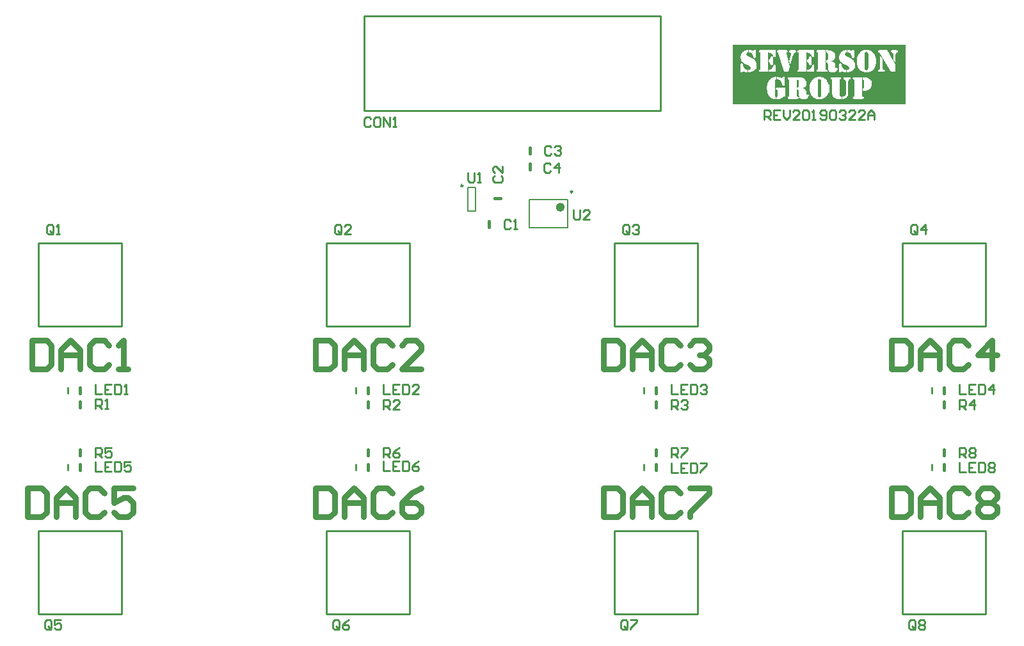
<source format=gto>
G04*
G04 #@! TF.GenerationSoftware,Altium Limited,Altium Designer,18.1.9 (240)*
G04*
G04 Layer_Color=65535*
%FSLAX25Y25*%
%MOIN*%
G70*
G01*
G75*
%ADD10C,0.00984*%
%ADD11C,0.02362*%
%ADD12C,0.00787*%
%ADD13C,0.01500*%
%ADD14C,0.01000*%
%ADD15C,0.03000*%
G36*
X590000Y420630D02*
Y404000D01*
X500000D01*
Y420630D01*
Y434971D01*
X590000D01*
Y420630D01*
D02*
G37*
%LPC*%
G36*
X548419Y432198D02*
X543556D01*
X544315D01*
X544074Y432180D01*
X543908Y432124D01*
X543797Y432050D01*
X543778Y432032D01*
X543760D01*
X543686Y431976D01*
X543649Y431902D01*
X543575Y431773D01*
X543556Y431662D01*
D01*
D01*
Y420630D01*
Y421425D01*
X543575Y421314D01*
X543593Y421240D01*
X543667Y421092D01*
X543723Y421018D01*
X543760Y420981D01*
X543926Y420907D01*
X544111Y420870D01*
X544186Y420852D01*
X548554D01*
X548665Y420870D01*
X548776Y420889D01*
X548850Y420907D01*
X548924Y420926D01*
X548961Y420944D01*
X548998Y420963D01*
X549109Y421037D01*
X549183Y421111D01*
X549239Y421203D01*
X549276Y421277D01*
X549313Y421388D01*
Y421425D01*
Y421444D01*
X549294Y421611D01*
X549220Y421740D01*
X549128Y421851D01*
X549017Y421925D01*
X548887Y421981D01*
X548795Y422036D01*
X548721Y422055D01*
X548702D01*
X548572Y422092D01*
X548498Y422110D01*
X548480Y422129D01*
X548461D01*
X548424Y422147D01*
X548387Y422184D01*
X548369Y422221D01*
X548350Y422240D01*
X548332Y422258D01*
Y422296D01*
X548313Y422406D01*
Y422499D01*
Y422518D01*
Y422536D01*
Y432198D01*
X548419D01*
D02*
G37*
G36*
X563695Y432402D02*
X555310D01*
X559438D01*
X558846Y432346D01*
X558327Y432254D01*
X557883Y432124D01*
X557679Y432069D01*
X557513Y431995D01*
X557346Y431921D01*
X557198Y431865D01*
X557087Y431810D01*
X556994Y431754D01*
X556920Y431699D01*
X556846Y431680D01*
X556828Y431643D01*
X556809D01*
X556550Y431439D01*
X556328Y431236D01*
X556143Y431014D01*
X555976Y430792D01*
X555865Y430607D01*
X555773Y430458D01*
X555717Y430366D01*
X555699Y430347D01*
Y430329D01*
X555569Y430014D01*
X555477Y429700D01*
X555403Y429403D01*
X555366Y429144D01*
X555329Y428903D01*
X555310Y428718D01*
Y428737D01*
Y428552D01*
X555329Y428200D01*
X555384Y427885D01*
X555458Y427571D01*
X555551Y427275D01*
X555680Y427015D01*
X555810Y426756D01*
X555958Y426534D01*
X556106Y426331D01*
X556254Y426146D01*
X556402Y425979D01*
X556532Y425849D01*
X556661Y425720D01*
X556754Y425627D01*
X556828Y425572D01*
X556883Y425535D01*
X556902Y425516D01*
X557143Y425350D01*
X557365Y425220D01*
X557457Y425165D01*
X557531Y425128D01*
X557568Y425091D01*
X557587D01*
X557753Y425016D01*
X557957Y424924D01*
X558198Y424813D01*
X558420Y424702D01*
X558642Y424609D01*
X558809Y424535D01*
X558883Y424498D01*
X558938Y424480D01*
X558956Y424461D01*
X558975D01*
X559271Y424313D01*
X559530Y424202D01*
X559734Y424091D01*
X559901Y423998D01*
X560012Y423924D01*
X560104Y423869D01*
X560141Y423832D01*
X560160Y423813D01*
X560308Y423684D01*
X560400Y423536D01*
X560474Y423406D01*
X560530Y423277D01*
X560567Y423165D01*
X560585Y423073D01*
Y423017D01*
Y422999D01*
X560567Y422851D01*
X560548Y422703D01*
X560493Y422573D01*
X560456Y422481D01*
X560400Y422406D01*
X560345Y422351D01*
X560326Y422314D01*
X560308Y422296D01*
X560197Y422203D01*
X560030Y422110D01*
X559697Y421962D01*
X559530Y421907D01*
X559401Y421870D01*
X559308Y421851D01*
X559271Y421833D01*
Y420648D01*
X559530D01*
X559753Y420667D01*
X559975Y420704D01*
X560160Y420722D01*
X560326Y420759D01*
X560437Y420778D01*
X560530Y420796D01*
X560548D01*
X560771Y420852D01*
X560974Y420926D01*
X561178Y421000D01*
X561326Y421055D01*
X561474Y421111D01*
X561566Y421166D01*
X561641Y421185D01*
X561659Y421203D01*
X561992Y421407D01*
X562288Y421648D01*
X562547Y421888D01*
X562751Y422110D01*
X562918Y422314D01*
X563047Y422481D01*
X563121Y422592D01*
X563140Y422610D01*
Y422629D01*
X563325Y422980D01*
X563454Y423314D01*
X563565Y423647D01*
X563621Y423961D01*
X563658Y424221D01*
X563695Y424424D01*
Y420926D01*
Y424609D01*
X563677Y424868D01*
X563640Y425128D01*
X563584Y425387D01*
X563510Y425609D01*
X563325Y426053D01*
X563121Y426423D01*
X563010Y426590D01*
X562918Y426719D01*
X562807Y426849D01*
X562733Y426960D01*
X562659Y427034D01*
X562603Y427090D01*
X562566Y427127D01*
X562547Y427145D01*
X562455Y427275D01*
X562362Y427386D01*
X562140Y427589D01*
X562048Y427663D01*
X561974Y427719D01*
X561918Y427737D01*
X561900Y427756D01*
X561733Y427848D01*
X561548Y427959D01*
X561363Y428052D01*
X561178Y428145D01*
X561011Y428237D01*
X560882Y428293D01*
X560789Y428330D01*
X560752Y428348D01*
X560548Y428441D01*
X560345Y428515D01*
X560030Y428663D01*
X559753Y428792D01*
X559549Y428885D01*
X559401Y428959D01*
X559308Y429015D01*
X559253Y429052D01*
X559234D01*
X559086Y429144D01*
X558956Y429237D01*
X558846Y429311D01*
X558753Y429385D01*
X558679Y429459D01*
X558642Y429514D01*
X558623Y429533D01*
X558605Y429551D01*
X558494Y429774D01*
X558438Y429977D01*
Y430051D01*
X558420Y430125D01*
Y430162D01*
Y430181D01*
X558438Y430310D01*
X558457Y430421D01*
X558531Y430607D01*
X558568Y430681D01*
X558605Y430736D01*
X558642Y430755D01*
Y430773D01*
X558734Y430866D01*
X558864Y430940D01*
X559123Y431069D01*
X559253Y431125D01*
X559345Y431162D01*
X559419Y431180D01*
X559438D01*
Y432402D01*
X563695D01*
D02*
G37*
G36*
X512385Y432402D02*
X504000D01*
X508128D01*
X507536Y432346D01*
X507018Y432254D01*
X506573Y432124D01*
X506370Y432069D01*
X506203Y431995D01*
X506036Y431921D01*
X505888Y431865D01*
X505777Y431810D01*
X505685Y431754D01*
X505611Y431699D01*
X505537Y431680D01*
X505518Y431643D01*
X505500D01*
X505240Y431439D01*
X505018Y431236D01*
X504833Y431014D01*
X504667Y430792D01*
X504556Y430606D01*
X504463Y430458D01*
X504408Y430366D01*
X504389Y430347D01*
Y430329D01*
X504259Y430014D01*
X504167Y429699D01*
X504093Y429403D01*
X504056Y429144D01*
X504019Y428903D01*
X504000Y428718D01*
Y428792D01*
Y428552D01*
X504019Y428200D01*
X504074Y427885D01*
X504148Y427571D01*
X504241Y427275D01*
X504371Y427015D01*
X504500Y426756D01*
X504648Y426534D01*
X504796Y426331D01*
X504944Y426146D01*
X505092Y425979D01*
X505222Y425849D01*
X505352Y425720D01*
X505444Y425627D01*
X505518Y425572D01*
X505574Y425535D01*
X505592Y425516D01*
X505833Y425350D01*
X506055Y425220D01*
X506147Y425165D01*
X506222Y425128D01*
X506259Y425091D01*
X506277D01*
X506444Y425016D01*
X506647Y424924D01*
X506888Y424813D01*
X507110Y424702D01*
X507332Y424609D01*
X507499Y424535D01*
X507573Y424498D01*
X507628Y424480D01*
X507647Y424461D01*
X507665D01*
X507962Y424313D01*
X508221Y424202D01*
X508424Y424091D01*
X508591Y423998D01*
X508702Y423924D01*
X508794Y423869D01*
X508832Y423832D01*
X508850Y423813D01*
X508998Y423684D01*
X509091Y423536D01*
X509165Y423406D01*
X509220Y423277D01*
X509257Y423165D01*
X509276Y423073D01*
Y423017D01*
Y422999D01*
X509257Y422851D01*
X509239Y422703D01*
X509183Y422573D01*
X509146Y422481D01*
X509091Y422406D01*
X509035Y422351D01*
X509017Y422314D01*
X508998Y422295D01*
X508887Y422203D01*
X508720Y422110D01*
X508387Y421962D01*
X508221Y421907D01*
X508091Y421870D01*
X507999Y421851D01*
X507962Y421833D01*
Y420648D01*
X508221D01*
X508443Y420667D01*
X508665Y420704D01*
X508850Y420722D01*
X509017Y420759D01*
X509128Y420778D01*
X509220Y420796D01*
X509239D01*
X509461Y420852D01*
X509664Y420926D01*
X509868Y421000D01*
X510016Y421055D01*
X510164Y421111D01*
X510257Y421166D01*
X510331Y421185D01*
X510349Y421203D01*
X510682Y421407D01*
X510979Y421648D01*
X511238Y421888D01*
X511441Y422110D01*
X511608Y422314D01*
X511737Y422481D01*
X511812Y422592D01*
X511830Y422610D01*
Y422629D01*
X512015Y422980D01*
X512145Y423314D01*
X512256Y423647D01*
X512311Y423961D01*
X512348Y424221D01*
X512385Y424424D01*
Y420926D01*
Y424609D01*
X512367Y424868D01*
X512330Y425128D01*
X512274Y425387D01*
X512200Y425609D01*
X512015Y426053D01*
X511812Y426423D01*
X511700Y426590D01*
X511608Y426719D01*
X511497Y426849D01*
X511423Y426960D01*
X511349Y427034D01*
X511293Y427090D01*
X511256Y427127D01*
X511238Y427145D01*
X511145Y427275D01*
X511053Y427386D01*
X510830Y427589D01*
X510738Y427663D01*
X510664Y427719D01*
X510608Y427737D01*
X510590Y427756D01*
X510423Y427848D01*
X510238Y427959D01*
X510053Y428052D01*
X509868Y428145D01*
X509701Y428237D01*
X509572Y428293D01*
X509479Y428330D01*
X509442Y428348D01*
X509239Y428441D01*
X509035Y428515D01*
X508720Y428663D01*
X508443Y428792D01*
X508239Y428885D01*
X508091Y428959D01*
X507999Y429015D01*
X507943Y429052D01*
X507925D01*
X507776Y429144D01*
X507647Y429237D01*
X507536Y429311D01*
X507443Y429385D01*
X507369Y429459D01*
X507332Y429514D01*
X507314Y429533D01*
X507295Y429551D01*
X507184Y429774D01*
X507128Y429977D01*
Y430051D01*
X507110Y430125D01*
Y430162D01*
Y430181D01*
X507128Y430310D01*
X507147Y430421D01*
X507221Y430606D01*
X507258Y430681D01*
X507295Y430736D01*
X507332Y430755D01*
Y430773D01*
X507425Y430866D01*
X507554Y430940D01*
X507813Y431069D01*
X507943Y431125D01*
X508036Y431162D01*
X508110Y431180D01*
X508128D01*
Y432402D01*
X512385D01*
D02*
G37*
G36*
X542464Y432198D02*
X533635D01*
X534394D01*
X534153Y432180D01*
X533987Y432124D01*
X533876Y432050D01*
X533857Y432032D01*
X533839D01*
X533764Y431976D01*
X533727Y431902D01*
X533653Y431773D01*
X533635Y431662D01*
Y425405D01*
Y431606D01*
X533653Y431439D01*
X533709Y431310D01*
X533764Y431217D01*
X533857Y431143D01*
X533931Y431088D01*
X533987Y431051D01*
X534042Y431014D01*
X534061D01*
X534135Y430977D01*
X534209Y430958D01*
X534283Y430921D01*
X534320Y430903D01*
X534357Y430884D01*
X534375Y430866D01*
X534412Y430773D01*
X534449Y430681D01*
Y430588D01*
Y430569D01*
Y430551D01*
Y422481D01*
X534431Y422332D01*
X534412Y422240D01*
X534394Y422184D01*
X534375Y422166D01*
X534338Y422129D01*
X534320Y422110D01*
X534301D01*
X534264Y422092D01*
X534190Y422073D01*
X534098Y422036D01*
X534079Y422018D01*
X534061D01*
X533913Y421944D01*
X533820Y421870D01*
X533746Y421759D01*
X533690Y421666D01*
X533653Y421574D01*
X533635Y421499D01*
D01*
Y420852D01*
Y421425D01*
X533653Y421314D01*
X533672Y421240D01*
X533746Y421092D01*
X533802Y421018D01*
X533839Y420981D01*
X534005Y420907D01*
X534190Y420870D01*
X534264Y420852D01*
X533635D01*
X538392D01*
Y432198D01*
X538744D01*
Y430921D01*
X539114Y430866D01*
X539429Y430792D01*
X539706Y430699D01*
X539928Y430588D01*
X540113Y430495D01*
X540224Y430421D01*
X540317Y430366D01*
X540336Y430347D01*
X540539Y430162D01*
X540706Y429959D01*
X540854Y429737D01*
X540965Y429514D01*
X541057Y429311D01*
X541131Y429163D01*
X541168Y429052D01*
X541187Y429033D01*
Y429015D01*
X541261Y428829D01*
X541317Y428718D01*
X541372Y428644D01*
X541391Y428626D01*
X541502Y428570D01*
X541631Y428552D01*
X541724Y428533D01*
X541761D01*
X541964Y428552D01*
X542094Y428626D01*
X542186Y428681D01*
X542205Y428700D01*
X542298Y428848D01*
X542335Y428996D01*
X542353Y429107D01*
Y429144D01*
Y429163D01*
Y432198D01*
X542464D01*
D02*
G37*
G36*
X522344Y432198D02*
X513515D01*
D01*
X514273D01*
X514033Y432180D01*
X513866Y432124D01*
X513755Y432050D01*
X513737Y432032D01*
X513718D01*
X513644Y431976D01*
X513607Y431902D01*
X513533Y431773D01*
X513515Y431662D01*
Y432050D01*
Y425516D01*
Y431606D01*
X513533Y431439D01*
X513588Y431310D01*
X513644Y431217D01*
X513737Y431143D01*
X513811Y431088D01*
X513866Y431051D01*
X513922Y431014D01*
X513940D01*
X514014Y430977D01*
X514088Y430958D01*
X514162Y430921D01*
X514199Y430903D01*
X514236Y430884D01*
X514255Y430866D01*
X514292Y430773D01*
X514329Y430681D01*
Y430588D01*
Y430569D01*
Y430551D01*
Y422481D01*
X514310Y422332D01*
X514292Y422240D01*
X514273Y422184D01*
X514255Y422166D01*
X514218Y422129D01*
X514199Y422110D01*
X514181D01*
X514144Y422092D01*
X514070Y422073D01*
X513977Y422036D01*
X513959Y422018D01*
X513940D01*
X513792Y421944D01*
X513700Y421870D01*
X513626Y421759D01*
X513570Y421666D01*
X513533Y421574D01*
X513515Y421499D01*
Y421574D01*
Y420852D01*
Y421425D01*
X513533Y421314D01*
X513552Y421240D01*
X513626Y421092D01*
X513681Y421018D01*
X513718Y420981D01*
X513885Y420907D01*
X514070Y420870D01*
X514144Y420852D01*
X518272D01*
Y432198D01*
X518623D01*
Y430921D01*
X518994Y430866D01*
X519308Y430792D01*
X519586Y430699D01*
X519808Y430588D01*
X519993Y430495D01*
X520104Y430421D01*
X520197Y430366D01*
X520215Y430347D01*
X520419Y430162D01*
X520585Y429959D01*
X520733Y429737D01*
X520844Y429514D01*
X520937Y429311D01*
X521011Y429163D01*
X521048Y429052D01*
X521067Y429033D01*
Y429015D01*
X521141Y428829D01*
X521196Y428718D01*
X521252Y428644D01*
X521270Y428626D01*
X521381Y428570D01*
X521511Y428552D01*
X521603Y428533D01*
X521640D01*
X521844Y428552D01*
X521974Y428626D01*
X522066Y428681D01*
X522085Y428700D01*
X522177Y428848D01*
X522214Y428996D01*
X522233Y429107D01*
Y429144D01*
Y429163D01*
Y432198D01*
X522344D01*
D01*
D02*
G37*
G36*
X559827Y432365D02*
X559715D01*
Y431180D01*
X560049Y431088D01*
X560345Y430995D01*
X560585Y430884D01*
X560808Y430792D01*
X560956Y430699D01*
X561085Y430644D01*
X561159Y430588D01*
X561178Y430569D01*
X561289Y430366D01*
X561400Y430181D01*
X561474Y430014D01*
X561548Y429885D01*
X561622Y429774D01*
X561659Y429681D01*
X561696Y429625D01*
Y429607D01*
X561826Y429311D01*
X561918Y429070D01*
X561955Y428959D01*
X561974Y428885D01*
X561992Y428829D01*
Y428811D01*
X562029Y428681D01*
X562048Y428570D01*
X562085Y428496D01*
Y428478D01*
X562140Y428404D01*
X562177Y428348D01*
X562214Y428311D01*
X562233Y428293D01*
X562381Y428200D01*
X562529Y428163D01*
X562621Y428145D01*
X562659D01*
X562770Y428163D01*
X562862Y428182D01*
X563010Y428256D01*
X563103Y428311D01*
X563140Y428348D01*
X563251Y428515D01*
X563306Y428681D01*
X563325Y428737D01*
Y428792D01*
Y428829D01*
Y428848D01*
Y431513D01*
X563306Y431773D01*
X563251Y431958D01*
X563232Y432032D01*
X563195Y432087D01*
X563177Y432106D01*
Y432124D01*
X563121Y432198D01*
X563047Y432254D01*
X562899Y432328D01*
X562770Y432346D01*
X562714D01*
X562621Y432328D01*
X562529Y432309D01*
X562381Y432217D01*
X562288Y432106D01*
X562251Y432087D01*
Y432069D01*
X562066Y431810D01*
X561937D01*
X561863Y431828D01*
X561807Y431847D01*
X561789D01*
X561566Y431939D01*
X561363Y432013D01*
X561178Y432087D01*
X561030Y432143D01*
X560919Y432180D01*
X560826Y432198D01*
X560771Y432217D01*
X560752D01*
X560604Y432254D01*
X560437Y432291D01*
X560104Y432328D01*
X559938Y432346D01*
X559827Y432365D01*
D02*
G37*
G36*
X508517Y432365D02*
X508406D01*
Y431180D01*
X508739Y431088D01*
X509035Y430995D01*
X509276Y430884D01*
X509498Y430792D01*
X509646Y430699D01*
X509775Y430644D01*
X509850Y430588D01*
X509868Y430569D01*
X509979Y430366D01*
X510090Y430181D01*
X510164Y430014D01*
X510238Y429885D01*
X510312Y429774D01*
X510349Y429681D01*
X510386Y429625D01*
Y429607D01*
X510516Y429311D01*
X510608Y429070D01*
X510645Y428959D01*
X510664Y428885D01*
X510682Y428829D01*
Y428811D01*
X510719Y428681D01*
X510738Y428570D01*
X510775Y428496D01*
Y428478D01*
X510830Y428404D01*
X510868Y428348D01*
X510905Y428311D01*
X510923Y428293D01*
X511071Y428200D01*
X511219Y428163D01*
X511312Y428145D01*
X511349D01*
X511460Y428163D01*
X511552Y428182D01*
X511700Y428256D01*
X511793Y428311D01*
X511830Y428348D01*
X511941Y428515D01*
X511997Y428681D01*
X512015Y428737D01*
Y428792D01*
Y428829D01*
Y428848D01*
Y431513D01*
X511997Y431773D01*
X511941Y431958D01*
X511923Y432032D01*
X511886Y432087D01*
X511867Y432106D01*
Y432124D01*
X511812Y432198D01*
X511737Y432254D01*
X511589Y432328D01*
X511460Y432346D01*
X511404D01*
X511312Y432328D01*
X511219Y432309D01*
X511071Y432217D01*
X510979Y432106D01*
X510942Y432087D01*
Y432069D01*
X510756Y431810D01*
X510627D01*
X510553Y431828D01*
X510497Y431847D01*
X510479D01*
X510257Y431939D01*
X510053Y432013D01*
X509868Y432087D01*
X509720Y432143D01*
X509609Y432180D01*
X509516Y432198D01*
X509461Y432217D01*
X509442D01*
X509294Y432254D01*
X509128Y432291D01*
X508794Y432328D01*
X508628Y432346D01*
X508517Y432365D01*
D02*
G37*
G36*
X586000Y432198D02*
X576522Y432198D01*
X576337Y432180D01*
X576208D01*
X576097Y432161D01*
X576023Y432143D01*
X575967D01*
X575930Y432124D01*
X575819Y432050D01*
X575745Y431976D01*
X575690Y431921D01*
X575671Y431884D01*
X575616Y431773D01*
X575597Y431662D01*
X575578Y431588D01*
Y431551D01*
X575597Y431421D01*
X575634Y431310D01*
X575653Y431236D01*
X575671Y431217D01*
X575764Y431125D01*
X575856Y431069D01*
X575930Y431032D01*
X575949Y431014D01*
X576189Y430921D01*
X576319Y430866D01*
X576411Y430810D01*
X576467Y430773D01*
X576485Y430755D01*
X576522Y430718D01*
X576560Y430662D01*
X576652Y430532D01*
X576726Y430421D01*
X576745Y430384D01*
Y430366D01*
X582261Y420852D01*
X584760D01*
Y424609D01*
X580373Y432198D01*
X583112D01*
X582871Y432180D01*
X582686Y432124D01*
X582575Y432069D01*
X582557Y432050D01*
X582538D01*
X582427Y431921D01*
X582372Y431773D01*
X582353Y431662D01*
Y431625D01*
Y431606D01*
X582372Y431476D01*
X582390Y431365D01*
X582409Y431291D01*
X582427Y431273D01*
X582520Y431180D01*
X582612Y431106D01*
X582705Y431051D01*
X582742Y431032D01*
X582908Y430940D01*
X583038Y430847D01*
X583149Y430755D01*
X583223Y430681D01*
X583297Y430588D01*
X583334Y430532D01*
X583371Y430495D01*
Y430477D01*
X583427Y430347D01*
X583482Y430199D01*
X583538Y429885D01*
X583556Y429755D01*
Y429644D01*
Y429570D01*
Y429533D01*
Y427256D01*
X584760Y425683D01*
Y429533D01*
Y429737D01*
X584778Y429903D01*
X584815Y430070D01*
X584833Y430199D01*
X584870Y430310D01*
X584889Y430384D01*
X584908Y430440D01*
Y430458D01*
X584982Y430569D01*
X585056Y430662D01*
X585241Y430829D01*
X585315Y430884D01*
X585389Y430921D01*
X585426Y430958D01*
X585444D01*
X585555Y431014D01*
X585648Y431069D01*
X585796Y431162D01*
X585870Y431217D01*
X585889Y431236D01*
X585963Y431347D01*
X585981Y431458D01*
X586000Y431551D01*
Y431588D01*
X585981Y431754D01*
X585926Y431865D01*
X585870Y431939D01*
X585852Y431958D01*
X585759Y432032D01*
X585648Y432106D01*
X585407Y432161D01*
X585296Y432180D01*
X585204Y432198D01*
X586000Y432198D01*
D01*
D02*
G37*
G36*
X532265Y432198D02*
X530136D01*
X529877Y432180D01*
X529692Y432124D01*
X529618Y432087D01*
X529563Y432050D01*
X529544Y432032D01*
X529526D01*
X529452Y431976D01*
X529396Y431902D01*
X529341Y431754D01*
X529304Y431625D01*
Y431588D01*
Y431569D01*
X529322Y431421D01*
X529359Y431310D01*
X529433Y431199D01*
X529507Y431125D01*
X529563Y431069D01*
X529637Y431032D01*
X529674Y431014D01*
X529692D01*
X529951Y430921D01*
X530099Y430829D01*
X530210Y430736D01*
X530285Y430662D01*
X530303Y430644D01*
Y430625D01*
X530340Y430495D01*
X530377Y430403D01*
Y430329D01*
Y430310D01*
Y430273D01*
X530359Y430236D01*
X530322Y430107D01*
X530303Y429996D01*
X530285Y429959D01*
Y429940D01*
X529341Y426497D01*
X529933Y424813D01*
X531358Y429533D01*
X531432Y429737D01*
X531488Y429922D01*
X531562Y430070D01*
X531617Y430199D01*
X531673Y430292D01*
X531710Y430366D01*
X531728Y430403D01*
X531747Y430421D01*
X531821Y430532D01*
X531913Y430625D01*
X531987Y430699D01*
X532043Y430755D01*
X532135Y430829D01*
X532173Y430847D01*
X532524Y431032D01*
X532691Y431125D01*
X532820Y431199D01*
X532876Y431254D01*
X532895Y431273D01*
X532950Y431384D01*
X532969Y431495D01*
X532987Y431569D01*
Y431606D01*
X532969Y431717D01*
X532950Y431810D01*
X532839Y431958D01*
X532746Y432050D01*
X532709Y432087D01*
X532691D01*
X532617Y432124D01*
X532543Y432161D01*
X532358Y432180D01*
X532265Y432198D01*
D02*
G37*
G36*
X504630Y425239D02*
X504500D01*
X504426Y425202D01*
X504278Y425128D01*
X504204Y425053D01*
X504167Y425035D01*
Y425016D01*
X504074Y424850D01*
X504019Y424683D01*
Y424628D01*
X504000Y424572D01*
Y424572D01*
Y420648D01*
Y421444D01*
X504019Y421314D01*
X504093Y421092D01*
X504185Y420944D01*
X504315Y420852D01*
X504426Y420778D01*
X504519Y420759D01*
X504593Y420741D01*
X504611D01*
X504704Y420759D01*
X504796Y420778D01*
X504926Y420852D01*
X505018Y420926D01*
X505055Y420963D01*
X505166Y421092D01*
X505222Y421166D01*
X505259Y421203D01*
X505315Y421222D01*
X505370Y421240D01*
X505481D01*
X505537Y421222D01*
X505574Y421203D01*
X505592Y421185D01*
X505703Y421148D01*
X505833Y421092D01*
X505944Y421037D01*
X505962Y421018D01*
X505981D01*
X506296Y420889D01*
X506610Y420796D01*
X506888Y420741D01*
X507147Y420704D01*
X507369Y420667D01*
X507554Y420648D01*
X507702D01*
Y421851D01*
X507443Y421907D01*
X507221Y421962D01*
X507036Y422036D01*
X506869Y422110D01*
X506758Y422166D01*
X506666Y422221D01*
X506610Y422240D01*
X506592Y422258D01*
X506407Y422462D01*
X506240Y422647D01*
X506110Y422832D01*
X505981Y423017D01*
X505870Y423147D01*
X505796Y423277D01*
X505759Y423350D01*
X505740Y423369D01*
X505518Y423813D01*
X505444Y424035D01*
X505370Y424239D01*
X505315Y424406D01*
X505277Y424535D01*
X505240Y424609D01*
Y424646D01*
X505166Y424850D01*
X505092Y424979D01*
X505018Y425072D01*
X505000Y425091D01*
X504889Y425183D01*
X504741Y425220D01*
X504630Y425239D01*
D02*
G37*
G36*
X540410Y429015D02*
X540354D01*
X540187Y428996D01*
X540058Y428940D01*
X539984Y428866D01*
X539947Y428848D01*
X539854Y428700D01*
X539780Y428533D01*
X539762Y428459D01*
X539743Y428404D01*
X539725Y428367D01*
Y428348D01*
X539688Y428200D01*
X539632Y428071D01*
X539595Y427959D01*
X539539Y427848D01*
X539502Y427774D01*
X539466Y427719D01*
X539447Y427700D01*
X539429Y427682D01*
X539336Y427589D01*
X539225Y427497D01*
X538984Y427349D01*
X538873Y427275D01*
X538799Y427219D01*
X538725Y427201D01*
X538707Y427182D01*
Y426016D01*
X538873Y425960D01*
X539003Y425905D01*
X539132Y425849D01*
X539225Y425775D01*
X539299Y425720D01*
X539354Y425664D01*
X539373Y425646D01*
X539392Y425627D01*
X539466Y425516D01*
X539539Y425405D01*
X539651Y425146D01*
X539688Y425035D01*
X539725Y424942D01*
X539743Y424868D01*
Y424850D01*
X539817Y424646D01*
X539891Y424498D01*
X539947Y424424D01*
X539965Y424387D01*
X540095Y424295D01*
X540224Y424258D01*
X540336Y424239D01*
X540373D01*
X540484Y424258D01*
X540595Y424276D01*
X540724Y424350D01*
X540817Y424406D01*
X540835Y424443D01*
X540872Y424535D01*
X540909Y424628D01*
X540946Y424831D01*
X540965Y424924D01*
Y424998D01*
Y425053D01*
Y425072D01*
Y428145D01*
Y428293D01*
X540946Y428404D01*
X540928Y428496D01*
Y428570D01*
X540909Y428626D01*
X540891Y428663D01*
X540872Y428700D01*
X540817Y428811D01*
X540743Y428885D01*
X540650Y428940D01*
X540558Y428978D01*
X540484Y428996D01*
X540410Y429015D01*
D02*
G37*
G36*
X520289Y429015D02*
X520234D01*
X520067Y428996D01*
X519938Y428940D01*
X519863Y428866D01*
X519826Y428848D01*
X519734Y428700D01*
X519660Y428533D01*
X519641Y428459D01*
X519623Y428404D01*
X519604Y428367D01*
Y428348D01*
X519567Y428200D01*
X519512Y428071D01*
X519475Y427959D01*
X519419Y427848D01*
X519382Y427774D01*
X519345Y427719D01*
X519327Y427700D01*
X519308Y427682D01*
X519216Y427589D01*
X519104Y427497D01*
X518864Y427349D01*
X518753Y427275D01*
X518679Y427219D01*
X518605Y427201D01*
X518586Y427182D01*
Y426016D01*
X518753Y425960D01*
X518882Y425905D01*
X519012Y425849D01*
X519104Y425775D01*
X519178Y425720D01*
X519234Y425664D01*
X519253Y425646D01*
X519271Y425627D01*
X519345Y425516D01*
X519419Y425405D01*
X519530Y425146D01*
X519567Y425035D01*
X519604Y424942D01*
X519623Y424868D01*
Y424850D01*
X519697Y424646D01*
X519771Y424498D01*
X519826Y424424D01*
X519845Y424387D01*
X519975Y424295D01*
X520104Y424258D01*
X520215Y424239D01*
X520252D01*
X520363Y424258D01*
X520474Y424276D01*
X520604Y424350D01*
X520696Y424406D01*
X520715Y424443D01*
X520752Y424535D01*
X520789Y424628D01*
X520826Y424831D01*
X520844Y424924D01*
Y424998D01*
Y425053D01*
Y425072D01*
Y428145D01*
Y428293D01*
X520826Y428404D01*
X520807Y428496D01*
Y428570D01*
X520789Y428626D01*
X520770Y428663D01*
X520752Y428700D01*
X520696Y428811D01*
X520622Y428885D01*
X520530Y428940D01*
X520437Y428978D01*
X520363Y428996D01*
X520289Y429015D01*
D02*
G37*
G36*
X576726Y429348D02*
Y423443D01*
X576708Y423091D01*
X576634Y422795D01*
X576541Y422555D01*
X576448Y422369D01*
X576337Y422221D01*
X576245Y422129D01*
X576171Y422073D01*
X576152Y422055D01*
X576023Y421981D01*
X575893Y421925D01*
X575819Y421870D01*
X575745Y421833D01*
X575690Y421796D01*
X575653Y421759D01*
X575634Y421740D01*
X575578Y421648D01*
X575560Y421536D01*
X575541Y421462D01*
Y420852D01*
Y421425D01*
X575560Y421333D01*
X575578Y421240D01*
X575690Y421092D01*
X575819Y421000D01*
X575986Y420926D01*
X576152Y420889D01*
X576300Y420870D01*
X576393Y420852D01*
X575541D01*
X578466D01*
X578596Y420870D01*
X578707Y420889D01*
X578781Y420926D01*
X578855Y420944D01*
X578892Y420963D01*
X578929Y420981D01*
X579003Y421055D01*
X579077Y421129D01*
X579132Y421277D01*
X579170Y421388D01*
Y421407D01*
Y421425D01*
X579151Y421536D01*
X579114Y421648D01*
X579021Y421796D01*
X578910Y421888D01*
X578873Y421925D01*
X578855D01*
X578614Y422055D01*
X578392Y422221D01*
X578226Y422388D01*
X578170Y422462D01*
X578133Y422518D01*
X578096Y422555D01*
Y422573D01*
X578040Y422703D01*
X578003Y422851D01*
X577948Y423128D01*
Y423258D01*
X577929Y423350D01*
Y423425D01*
Y423443D01*
Y427793D01*
X576726Y429348D01*
D02*
G37*
G36*
X541927Y424628D02*
X541872D01*
X541705Y424609D01*
X541594Y424572D01*
X541502Y424517D01*
X541483Y424498D01*
X541391Y424369D01*
X541317Y424221D01*
X541280Y424109D01*
X541261Y424072D01*
Y424054D01*
X541187Y423869D01*
X541131Y423721D01*
X541057Y423591D01*
X541002Y423462D01*
X540946Y423388D01*
X540909Y423314D01*
X540891Y423277D01*
X540872Y423258D01*
X540724Y423036D01*
X540558Y422851D01*
X540484Y422777D01*
X540428Y422721D01*
X540391Y422684D01*
X540373Y422666D01*
X540132Y422481D01*
X539928Y422351D01*
X539836Y422314D01*
X539780Y422277D01*
X539743Y422258D01*
X539725D01*
X539595Y422203D01*
X539447Y422166D01*
X539132Y422092D01*
X538984Y422055D01*
X538873Y422036D01*
X538799Y422018D01*
X538762D01*
Y420852D01*
X538597D01*
X542464D01*
Y423850D01*
X542446Y424091D01*
X542390Y424276D01*
X542335Y424387D01*
X542316Y424424D01*
X542261Y424498D01*
X542186Y424535D01*
X542038Y424609D01*
X541927Y424628D01*
D02*
G37*
G36*
X527712Y432198D02*
X522992D01*
D01*
X523769D01*
X523639Y432180D01*
X523528Y432161D01*
X523436Y432124D01*
X523362Y432106D01*
X523306Y432069D01*
X523288Y432050D01*
X523269D01*
X523177Y431976D01*
X523103Y431884D01*
X523066Y431810D01*
X523029Y431717D01*
X523010Y431643D01*
X522992Y431588D01*
Y431532D01*
X523010Y431365D01*
X523047Y431254D01*
X523084Y431180D01*
X523103Y431162D01*
X523214Y431088D01*
X523343Y431014D01*
X523454Y430958D01*
X523473Y430940D01*
X523491D01*
X523547Y430903D01*
X523584Y430866D01*
X523602Y430847D01*
Y430829D01*
X523639Y430773D01*
X523676Y430699D01*
X523695Y430644D01*
X523713Y430606D01*
X526601Y420852D01*
X529007Y420852D01*
X529803Y423832D01*
X527934Y430403D01*
X527915Y430477D01*
Y430551D01*
Y430606D01*
Y430625D01*
Y430718D01*
X527934Y430792D01*
X527952Y430829D01*
Y430847D01*
X528008Y430903D01*
X528082Y430958D01*
X528156Y430977D01*
X528174Y430995D01*
X528304Y431069D01*
X528397Y431162D01*
X528471Y431273D01*
X528508Y431365D01*
X528545Y431458D01*
X528563Y431513D01*
Y431569D01*
Y431588D01*
X528545Y431680D01*
X528526Y431773D01*
X528489Y431828D01*
X528471Y431847D01*
X528415Y431939D01*
X528360Y432013D01*
X528304Y432050D01*
X528286Y432069D01*
X528193Y432124D01*
X528100Y432143D01*
X528026Y432161D01*
X528008D01*
X527952Y432180D01*
X527860D01*
X527712Y432198D01*
D02*
G37*
G36*
X521807Y424628D02*
X521751D01*
X521585Y424609D01*
X521474Y424572D01*
X521381Y424517D01*
X521363Y424498D01*
X521270Y424369D01*
X521196Y424221D01*
X521159Y424109D01*
X521141Y424072D01*
Y424054D01*
X521067Y423869D01*
X521011Y423721D01*
X520937Y423591D01*
X520882Y423462D01*
X520826Y423387D01*
X520789Y423314D01*
X520770Y423277D01*
X520752Y423258D01*
X520604Y423036D01*
X520437Y422851D01*
X520363Y422777D01*
X520308Y422721D01*
X520271Y422684D01*
X520252Y422666D01*
X520012Y422481D01*
X519808Y422351D01*
X519715Y422314D01*
X519660Y422277D01*
X519623Y422258D01*
X519604D01*
X519475Y422203D01*
X519327Y422166D01*
X519012Y422092D01*
X518864Y422055D01*
X518753Y422036D01*
X518679Y422018D01*
X518642D01*
Y420852D01*
X522344D01*
Y423850D01*
X522325Y424091D01*
X522270Y424276D01*
X522214Y424387D01*
X522196Y424424D01*
X522140Y424498D01*
X522066Y424535D01*
X521918Y424609D01*
X521807Y424628D01*
D02*
G37*
G36*
X574672Y432402D02*
X564491D01*
X569415D01*
X569026Y432383D01*
X568656Y432328D01*
X568341Y432272D01*
X568082Y432198D01*
X567860Y432143D01*
X567693Y432087D01*
X567601Y432050D01*
X567564Y432032D01*
X567286Y431902D01*
X567027Y431754D01*
X566805Y431588D01*
X566601Y431439D01*
X566416Y431310D01*
X566287Y431199D01*
X566213Y431125D01*
X566175Y431088D01*
X565879Y430755D01*
X565620Y430421D01*
X565398Y430088D01*
X565213Y429774D01*
X565083Y429496D01*
X565028Y429385D01*
X564972Y429292D01*
X564935Y429200D01*
X564917Y429144D01*
X564898Y429107D01*
Y429089D01*
X564769Y428644D01*
X564658Y428200D01*
X564584Y427756D01*
X564547Y427367D01*
X564528Y427182D01*
X564509Y427015D01*
Y426867D01*
X564491Y426738D01*
Y426497D01*
X564509Y425979D01*
X564565Y425479D01*
X564639Y425016D01*
X564750Y424591D01*
X564861Y424184D01*
X565009Y423813D01*
X565139Y423480D01*
X565306Y423184D01*
X565453Y422906D01*
X565602Y422684D01*
X565731Y422481D01*
X565842Y422314D01*
X565953Y422184D01*
X566027Y422092D01*
X566083Y422036D01*
X566101Y422018D01*
X566342Y421796D01*
X566601Y421611D01*
X566879Y421444D01*
X567157Y421296D01*
X567434Y421166D01*
X567712Y421055D01*
X568230Y420870D01*
X568471Y420815D01*
X568693Y420759D01*
X568896Y420722D01*
X569081Y420685D01*
X569211Y420667D01*
X569322D01*
X569396Y420648D01*
X569415D01*
Y421796D01*
X569248Y421851D01*
X569118Y421907D01*
X569026Y421962D01*
X568952Y422018D01*
X568896Y422055D01*
X568859Y422092D01*
X568822Y422129D01*
X568767Y422240D01*
X568730Y422369D01*
X568693Y422666D01*
X568674Y422795D01*
Y422906D01*
Y422980D01*
Y423017D01*
Y430236D01*
Y430384D01*
X568693Y430532D01*
X568711Y430644D01*
X568748Y430736D01*
X568767Y430792D01*
X568785Y430847D01*
X568804Y430884D01*
X568859Y430958D01*
X568952Y431032D01*
X569156Y431143D01*
X569248Y431199D01*
X569341Y431217D01*
X569396Y431254D01*
X569415D01*
Y432402D01*
X569729D01*
Y431254D01*
X569840Y431217D01*
X569933Y431162D01*
X570081Y431106D01*
X570155Y431069D01*
X570174Y431051D01*
X570248Y430977D01*
X570303Y430921D01*
X570340Y430847D01*
X570359Y430829D01*
X570433Y430644D01*
X570470Y430458D01*
X570488Y430366D01*
Y430292D01*
Y430255D01*
Y430236D01*
Y423017D01*
Y422795D01*
X570451Y422610D01*
X570433Y422462D01*
X570396Y422332D01*
X570359Y422240D01*
X570322Y422166D01*
X570303Y422129D01*
X570285Y422110D01*
X570229Y422036D01*
X570174Y421981D01*
X570137Y421962D01*
X570118Y421944D01*
X570081Y421925D01*
X570025Y421907D01*
X569896Y421851D01*
X569785Y421833D01*
X569748Y421814D01*
X569729D01*
Y420648D01*
D01*
X570100Y420685D01*
X570470Y420741D01*
X570803Y420815D01*
X571118Y420926D01*
X571414Y421018D01*
X571673Y421148D01*
X571932Y421259D01*
X572154Y421388D01*
X572339Y421499D01*
X572524Y421611D01*
X572673Y421722D01*
X572802Y421814D01*
X572895Y421907D01*
X572969Y421962D01*
X573006Y421999D01*
X573024Y422018D01*
X573320Y422332D01*
X573561Y422684D01*
X573783Y423036D01*
X573968Y423406D01*
X574135Y423776D01*
X574264Y424147D01*
X574375Y424517D01*
X574468Y424868D01*
X574542Y425202D01*
X574579Y425516D01*
X574616Y425794D01*
X574653Y426034D01*
Y426220D01*
X574672Y426368D01*
Y426497D01*
X574653Y427034D01*
X574598Y427534D01*
X574505Y428015D01*
X574412Y428441D01*
X574264Y428866D01*
X574135Y429237D01*
X573968Y429588D01*
X573820Y429885D01*
X573654Y430162D01*
X573487Y430403D01*
X573357Y430607D01*
X573228Y430792D01*
X573117Y430921D01*
X573024Y431014D01*
X572969Y431069D01*
X572950Y431088D01*
X572710Y431310D01*
X572469Y431495D01*
X572228Y431662D01*
X572025Y431791D01*
X571840Y431902D01*
X571691Y431976D01*
X571599Y432013D01*
X571562Y432032D01*
X571266Y432143D01*
X570951Y432235D01*
X570655Y432291D01*
X570359Y432346D01*
X570118Y432365D01*
X569914Y432383D01*
X569840Y432402D01*
X574672D01*
D02*
G37*
G36*
X555939Y425239D02*
X555810D01*
X555736Y425202D01*
X555588Y425128D01*
X555514Y425053D01*
X555477Y425035D01*
Y425016D01*
X555384Y424850D01*
X555329Y424683D01*
Y424628D01*
X555310Y424572D01*
Y420648D01*
Y421444D01*
X555329Y421314D01*
X555403Y421092D01*
X555495Y420944D01*
X555625Y420852D01*
X555736Y420778D01*
X555828Y420759D01*
X555902Y420741D01*
X555921D01*
X556013Y420759D01*
X556106Y420778D01*
X556236Y420852D01*
X556328Y420926D01*
X556365Y420963D01*
X556476Y421092D01*
X556532Y421166D01*
X556569Y421203D01*
X556624Y421222D01*
X556680Y421240D01*
X556791D01*
X556846Y421222D01*
X556883Y421203D01*
X556902Y421185D01*
X557013Y421148D01*
X557143Y421092D01*
X557254Y421037D01*
X557272Y421018D01*
X557291D01*
X557605Y420889D01*
X557920Y420796D01*
X558198Y420741D01*
X558457Y420704D01*
X558679Y420667D01*
X558864Y420648D01*
X559012D01*
Y421851D01*
X558753Y421907D01*
X558531Y421962D01*
X558346Y422036D01*
X558179Y422110D01*
X558068Y422166D01*
X557975Y422221D01*
X557920Y422240D01*
X557901Y422258D01*
X557716Y422462D01*
X557550Y422647D01*
X557420Y422832D01*
X557291Y423017D01*
X557180Y423147D01*
X557105Y423277D01*
X557068Y423350D01*
X557050Y423369D01*
X556828Y423813D01*
X556754Y424035D01*
X556680Y424239D01*
X556624Y424406D01*
X556587Y424535D01*
X556550Y424609D01*
Y424646D01*
X556476Y424850D01*
X556402Y424979D01*
X556328Y425072D01*
X556310Y425091D01*
X556199Y425183D01*
X556050Y425220D01*
X555939Y425239D01*
D02*
G37*
G36*
X549479Y432198D02*
X548572D01*
Y430995D01*
X548776Y430940D01*
X548943Y430866D01*
X549072Y430810D01*
X549183Y430755D01*
X549239Y430699D01*
X549294Y430662D01*
X549331Y430644D01*
Y430625D01*
X549387Y430532D01*
X549424Y430440D01*
X549479Y430218D01*
X549498Y430125D01*
Y430051D01*
Y429996D01*
Y429977D01*
Y427830D01*
Y427608D01*
X549479Y427460D01*
X549461Y427386D01*
X549442Y427349D01*
X549387Y427238D01*
X549313Y427127D01*
X549239Y427052D01*
X549220Y427015D01*
X549165Y426997D01*
X549091Y426960D01*
X548887Y426923D01*
X548776Y426904D01*
X548684Y426886D01*
X548628Y426867D01*
X548609D01*
Y425720D01*
X548776Y425701D01*
X548924Y425646D01*
X549035Y425609D01*
X549128Y425553D01*
X549202Y425516D01*
X549239Y425479D01*
X549276Y425461D01*
Y425442D01*
X549387Y425276D01*
X549442Y425109D01*
X549461Y425053D01*
X549479Y424998D01*
Y424961D01*
Y424942D01*
Y424905D01*
X549498Y424850D01*
Y424683D01*
Y424591D01*
Y424535D01*
Y424480D01*
Y424461D01*
Y423091D01*
X549516Y422684D01*
X549590Y422332D01*
X549701Y422018D01*
X549813Y421759D01*
X549924Y421555D01*
X550035Y421407D01*
X550109Y421314D01*
X550127Y421277D01*
X550386Y421055D01*
X550683Y420907D01*
X550979Y420796D01*
X551275Y420704D01*
X551534Y420667D01*
X551738Y420648D01*
X551812Y420630D01*
X543556D01*
X554570D01*
D01*
X552126D01*
X552311Y420648D01*
X552478Y420667D01*
X552608Y420704D01*
X552719Y420722D01*
X552811Y420741D01*
X552867Y420759D01*
X552885D01*
X553181Y420870D01*
X553311Y420926D01*
X553441Y421000D01*
X553533Y421055D01*
X553607Y421111D01*
X553644Y421129D01*
X553663Y421148D01*
X553922Y421388D01*
X554125Y421611D01*
X554200Y421703D01*
X554274Y421777D01*
X554292Y421833D01*
X554311Y421851D01*
X554403Y421999D01*
X554459Y422129D01*
X554533Y422332D01*
X554551Y422425D01*
X554570Y422481D01*
Y422629D01*
Y422610D01*
X554533Y422684D01*
X554477Y422814D01*
X554403Y422906D01*
X554385Y422943D01*
X554366D01*
X554292Y423017D01*
X554218Y423054D01*
X554088Y423128D01*
X553996Y423147D01*
X553959D01*
X553848Y423128D01*
X553755Y423091D01*
X553570Y422962D01*
X553496Y422888D01*
X553441Y422832D01*
X553422Y422795D01*
X553404Y422777D01*
X553348Y422721D01*
Y422740D01*
Y422758D01*
Y422777D01*
Y424461D01*
Y424609D01*
X553311Y424757D01*
X553293Y424887D01*
X553256Y424998D01*
X553218Y425109D01*
X553181Y425183D01*
X553163Y425220D01*
X553144Y425239D01*
X552959Y425516D01*
X552774Y425720D01*
X552682Y425812D01*
X552608Y425868D01*
X552571Y425905D01*
X552552Y425923D01*
X552293Y426090D01*
X552052Y426201D01*
X551941Y426257D01*
X551867Y426294D01*
X551812Y426312D01*
X551793D01*
X551460Y426405D01*
X551293Y426423D01*
X551127Y426442D01*
X550979Y426460D01*
X550775D01*
X551016Y426479D01*
X551238Y426516D01*
X551423Y426553D01*
X551590Y426590D01*
X551719Y426627D01*
X551812Y426664D01*
X551867Y426701D01*
X551886D01*
X552182Y426867D01*
X552311Y426960D01*
X552423Y427034D01*
X552497Y427108D01*
X552571Y427164D01*
X552608Y427201D01*
X552626Y427219D01*
X552885Y427534D01*
X553070Y427848D01*
X553218Y428182D01*
X553311Y428496D01*
X553367Y428774D01*
X553385Y428903D01*
Y428996D01*
X553404Y429089D01*
Y429144D01*
Y429181D01*
Y429200D01*
X553385Y429477D01*
X553348Y429718D01*
X553293Y429959D01*
X553218Y430181D01*
X553033Y430569D01*
X552830Y430903D01*
X552626Y431143D01*
X552441Y431328D01*
X552367Y431402D01*
X552311Y431439D01*
X552274Y431476D01*
X552256D01*
X551960Y431662D01*
X551664Y431810D01*
X551367Y431921D01*
X551090Y432013D01*
X550849Y432069D01*
X550664Y432106D01*
X550590D01*
X550534Y432124D01*
X550497D01*
X550238Y432143D01*
X549979Y432161D01*
X549720Y432180D01*
X549479Y432198D01*
D02*
G37*
G36*
X572321Y418138D02*
X567823D01*
D01*
X572321D01*
D02*
G37*
G36*
X526472Y418360D02*
X526416D01*
X526305Y418342D01*
X526212Y418323D01*
X526064Y418231D01*
X525953Y418120D01*
X525935Y418101D01*
X525916Y418083D01*
X525861Y417990D01*
X525805Y417916D01*
X525731Y417823D01*
X525713Y417786D01*
X525694Y417768D01*
X525620Y417749D01*
X525583D01*
X525509Y417768D01*
X525416Y417786D01*
X525361Y417805D01*
X525324Y417823D01*
X524954Y417953D01*
X524546Y418064D01*
X524139Y418157D01*
X523750Y418231D01*
X523417Y418286D01*
X523269Y418305D01*
X523140Y418323D01*
X523029D01*
X522955Y418342D01*
X522881D01*
Y417139D01*
X523140Y417120D01*
X523362Y417083D01*
X523547Y417046D01*
X523695Y417009D01*
X523825Y416972D01*
X523899Y416954D01*
X523954Y416916D01*
X523973D01*
X524121Y416842D01*
X524269Y416750D01*
X524509Y416565D01*
X524620Y416472D01*
X524694Y416398D01*
X524750Y416343D01*
X524769Y416324D01*
X524843Y416194D01*
X524917Y416065D01*
X525083Y415787D01*
X525139Y415658D01*
X525194Y415547D01*
X525231Y415473D01*
X525250Y415454D01*
X525361Y415250D01*
X525453Y415047D01*
X525527Y414880D01*
X525583Y414732D01*
X525620Y414603D01*
X525657Y414510D01*
X525676Y414455D01*
Y414436D01*
X525713Y414306D01*
X525768Y414177D01*
X525805Y414084D01*
X525842Y414010D01*
X525916Y413918D01*
X525935Y413881D01*
X526064Y413788D01*
X526212Y413751D01*
X526323Y413733D01*
X526379D01*
X526601Y413770D01*
X526749Y413844D01*
X526860Y413973D01*
X526953Y414121D01*
X526990Y414251D01*
X527008Y414381D01*
X527027Y414455D01*
Y414492D01*
Y417638D01*
X527008Y417861D01*
X526953Y418027D01*
X526897Y418120D01*
X526879Y418157D01*
X526823Y418231D01*
X526749Y418268D01*
X526601Y418342D01*
X526527D01*
X526472Y418360D01*
D02*
G37*
G36*
X561344Y418138D02*
D01*
Y417564D01*
X561326Y417675D01*
X561289Y417768D01*
X561196Y417916D01*
X561085Y417990D01*
X561048Y418027D01*
X561030D01*
X560956Y418083D01*
X560882Y418101D01*
X560826Y418120D01*
X560808D01*
X560697Y418138D01*
X561344D01*
X557002D01*
X558457D01*
X558198Y418120D01*
X558012Y418083D01*
X557938Y418046D01*
X557883Y418027D01*
X557865Y418009D01*
X557846D01*
X557772Y417953D01*
X557735Y417879D01*
X557661Y417749D01*
X557642Y417638D01*
Y417601D01*
Y417583D01*
X557661Y417416D01*
X557698Y417305D01*
X557716Y417231D01*
X557735Y417213D01*
X557846Y417120D01*
X557975Y417028D01*
X558087Y416954D01*
X558105Y416935D01*
X558124D01*
X558383Y416768D01*
X558568Y416546D01*
X558716Y416324D01*
X558809Y416102D01*
X558864Y415880D01*
X558883Y415713D01*
X558901Y415639D01*
Y415584D01*
Y415565D01*
Y415547D01*
Y410271D01*
X558883Y409864D01*
X558809Y409494D01*
X558697Y409161D01*
X558586Y408865D01*
X558475Y408624D01*
X558364Y408439D01*
X558327Y408383D01*
X558290Y408328D01*
X558272Y408309D01*
Y408291D01*
X558087Y408198D01*
X557883Y408143D01*
X557661Y408069D01*
X557439Y408032D01*
X557235Y407995D01*
X557087Y407958D01*
X556976Y407939D01*
X556939D01*
Y406588D01*
D01*
X557217Y406625D01*
X557457Y406662D01*
X557661Y406717D01*
X557827Y406754D01*
X557975Y406810D01*
X558068Y406828D01*
X558124Y406866D01*
X558142D01*
X558457Y407032D01*
X558716Y407217D01*
X558956Y407421D01*
X559142Y407624D01*
X559290Y407791D01*
X559401Y407939D01*
X559475Y408032D01*
X559493Y408069D01*
X559697Y408383D01*
X559845Y408753D01*
X559956Y409124D01*
X560030Y409475D01*
X560067Y409790D01*
X560086Y409920D01*
X560104Y410031D01*
Y410142D01*
Y410216D01*
Y410253D01*
Y410271D01*
Y415547D01*
X560123Y415861D01*
X560160Y416010D01*
X560197Y416120D01*
X560215Y416232D01*
X560252Y416306D01*
X560271Y416343D01*
Y416361D01*
X560345Y416491D01*
X560437Y416602D01*
X560604Y416768D01*
X560678Y416824D01*
X560734Y416861D01*
X560771Y416898D01*
X560789D01*
X560900Y416954D01*
X560974Y417009D01*
X561048Y417065D01*
X561085Y417083D01*
X561122Y417120D01*
X561141Y417139D01*
X561215Y417213D01*
X561252Y417287D01*
X561326Y417416D01*
X561344Y417527D01*
Y406588D01*
D01*
D01*
Y418138D01*
D02*
G37*
G36*
X572321D02*
D01*
Y414658D01*
X572302Y415065D01*
X572228Y415454D01*
X572136Y415787D01*
X572025Y416065D01*
X571913Y416306D01*
X571821Y416472D01*
X571747Y416583D01*
X571728Y416620D01*
X571506Y416898D01*
X571266Y417139D01*
X571006Y417342D01*
X570766Y417509D01*
X570544Y417638D01*
X570377Y417731D01*
X570303Y417768D01*
X570248Y417786D01*
X570229Y417805D01*
X570211D01*
X570044Y417861D01*
X569859Y417916D01*
X569433Y417990D01*
X568989Y418064D01*
X568545Y418101D01*
X568138Y418120D01*
X567971D01*
X567823Y418138D01*
X562455D01*
X563214D01*
X562973Y418120D01*
X562807Y418064D01*
X562696Y417990D01*
X562677Y417972D01*
X562659D01*
X562584Y417916D01*
X562547Y417842D01*
X562473Y417712D01*
X562455Y417601D01*
Y417546D01*
X562473Y417379D01*
X562529Y417250D01*
X562584Y417157D01*
X562677Y417083D01*
X562751Y417028D01*
X562807Y416991D01*
X562862Y416954D01*
X562881D01*
X562955Y416916D01*
X563029Y416898D01*
X563103Y416861D01*
X563140Y416842D01*
X563177Y416824D01*
X563195Y416805D01*
X563232Y416713D01*
X563269Y416620D01*
Y416528D01*
Y416509D01*
Y416491D01*
Y408420D01*
X563251Y408272D01*
X563232Y408180D01*
X563214Y408124D01*
X563195Y408106D01*
X563158Y408069D01*
X563140Y408050D01*
X563121D01*
X563084Y408032D01*
X563010Y408013D01*
X562918Y407976D01*
X562899Y407958D01*
X562881D01*
X562733Y407884D01*
X562640Y407809D01*
X562566Y407698D01*
X562510Y407606D01*
X562473Y407513D01*
X562455Y407439D01*
Y406791D01*
Y407365D01*
X562473Y407254D01*
X562492Y407180D01*
X562566Y407032D01*
X562621Y406958D01*
X562659Y406921D01*
X562825Y406847D01*
X563010Y406810D01*
X563084Y406791D01*
X562455D01*
X572321D01*
Y418138D01*
D02*
G37*
G36*
X550146Y418342D02*
D01*
Y412437D01*
X550127Y412974D01*
X550072Y413474D01*
X549979Y413955D01*
X549887Y414381D01*
X549739Y414806D01*
X549609Y415176D01*
X549442Y415528D01*
X549294Y415824D01*
X549128Y416102D01*
X548961Y416343D01*
X548832Y416546D01*
X548702Y416731D01*
X548591Y416861D01*
X548498Y416954D01*
X548443Y417009D01*
X548424Y417028D01*
X548184Y417250D01*
X547943Y417435D01*
X547703Y417601D01*
X547499Y417731D01*
X547314Y417842D01*
X547166Y417916D01*
X547073Y417953D01*
X547036Y417972D01*
X546740Y418083D01*
X546425Y418175D01*
X546129Y418231D01*
X545833Y418286D01*
X545592Y418305D01*
X545389Y418323D01*
X545315Y418342D01*
X550145D01*
X539965D01*
X544889D01*
X544500Y418323D01*
X544130Y418268D01*
X543815Y418212D01*
X543556Y418138D01*
X543334Y418083D01*
X543167Y418027D01*
X543075Y417990D01*
X543038Y417972D01*
X542760Y417842D01*
X542501Y417694D01*
X542279Y417527D01*
X542075Y417379D01*
X541890Y417250D01*
X541761Y417139D01*
X541687Y417065D01*
X541650Y417028D01*
X541354Y416694D01*
X541094Y416361D01*
X540872Y416028D01*
X540687Y415713D01*
X540558Y415436D01*
X540502Y415325D01*
X540447Y415232D01*
X540410Y415139D01*
X540391Y415084D01*
X540373Y415047D01*
Y415028D01*
X540243Y414584D01*
X540132Y414140D01*
X540058Y413696D01*
X540021Y413307D01*
X540002Y413122D01*
X539984Y412955D01*
Y412807D01*
X539965Y412678D01*
Y412437D01*
X539984Y411919D01*
X540039Y411419D01*
X540113Y410956D01*
X540224Y410531D01*
X540336Y410123D01*
X540484Y409753D01*
X540613Y409420D01*
X540780Y409124D01*
X540928Y408846D01*
X541076Y408624D01*
X541206Y408420D01*
X541317Y408254D01*
X541428Y408124D01*
X541502Y408032D01*
X541557Y407976D01*
X541576Y407958D01*
X541816Y407735D01*
X542075Y407550D01*
X542353Y407384D01*
X542631Y407236D01*
X542908Y407106D01*
X543186Y406995D01*
X543704Y406810D01*
X543945Y406754D01*
X544167Y406699D01*
X544371Y406662D01*
X544556Y406625D01*
X544685Y406606D01*
X544796D01*
X544870Y406588D01*
X544889D01*
Y407735D01*
X544722Y407791D01*
X544593Y407846D01*
X544500Y407902D01*
X544426Y407958D01*
X544371Y407995D01*
X544334Y408032D01*
X544297Y408069D01*
X544241Y408180D01*
X544204Y408309D01*
X544167Y408605D01*
X544148Y408735D01*
Y408846D01*
Y408920D01*
Y408957D01*
Y416176D01*
Y416324D01*
X544167Y416472D01*
X544186Y416583D01*
X544223Y416676D01*
X544241Y416731D01*
X544260Y416787D01*
X544278Y416824D01*
X544334Y416898D01*
X544426Y416972D01*
X544630Y417083D01*
X544722Y417139D01*
X544815Y417157D01*
X544870Y417194D01*
X544889D01*
Y418342D01*
X545204D01*
Y417194D01*
X545315Y417157D01*
X545407Y417102D01*
X545555Y417046D01*
X545629Y417009D01*
X545648Y416991D01*
X545722Y416916D01*
X545777Y416861D01*
X545814Y416787D01*
X545833Y416768D01*
X545907Y416583D01*
X545944Y416398D01*
X545962Y416306D01*
Y416232D01*
Y416195D01*
Y416176D01*
Y408957D01*
Y408735D01*
X545926Y408550D01*
X545907Y408402D01*
X545870Y408272D01*
X545833Y408180D01*
X545796Y408106D01*
X545777Y408069D01*
X545759Y408050D01*
X545703Y407976D01*
X545648Y407921D01*
X545611Y407902D01*
X545592Y407884D01*
X545555Y407865D01*
X545500Y407846D01*
X545370Y407791D01*
X545259Y407772D01*
X545222Y407754D01*
X545204D01*
Y406588D01*
D01*
X545574Y406625D01*
X545944Y406680D01*
X546277Y406754D01*
X546592Y406866D01*
X546888Y406958D01*
X547147Y407088D01*
X547406Y407199D01*
X547628Y407328D01*
X547814Y407439D01*
X547999Y407550D01*
X548147Y407661D01*
X548276Y407754D01*
X548369Y407846D01*
X548443Y407902D01*
X548480Y407939D01*
X548498Y407958D01*
X548795Y408272D01*
X549035Y408624D01*
X549257Y408976D01*
X549442Y409346D01*
X549609Y409716D01*
X549739Y410086D01*
X549850Y410457D01*
X549942Y410808D01*
X550016Y411141D01*
X550053Y411456D01*
X550090Y411734D01*
X550127Y411974D01*
Y412159D01*
X550146Y412308D01*
Y406588D01*
D01*
D01*
Y418342D01*
D02*
G37*
G36*
X527397Y418360D02*
D01*
Y412196D01*
X527360Y412307D01*
X527286Y412456D01*
X527212Y412548D01*
X527193Y412567D01*
X527175D01*
X527082Y412622D01*
X526990Y412659D01*
X526786Y412696D01*
X526694Y412715D01*
X523325D01*
X523047Y412696D01*
X522936Y412659D01*
X522844Y412641D01*
X522769Y412604D01*
X522714Y412567D01*
X522695Y412548D01*
X522677D01*
X522603Y412493D01*
X522547Y412419D01*
X522473Y412270D01*
X522436Y412159D01*
Y412122D01*
Y412104D01*
X522455Y411937D01*
X522510Y411808D01*
X522584Y411697D01*
X522677Y411623D01*
X522769Y411567D01*
X522844Y411530D01*
X522899Y411493D01*
X522918D01*
X523029Y411475D01*
X523121Y411456D01*
X523177Y411438D01*
X523214Y411419D01*
X523269Y411401D01*
X523325Y411382D01*
X523343Y411363D01*
X523399Y411271D01*
X523417Y411141D01*
X523436Y411049D01*
Y411030D01*
Y411012D01*
Y408642D01*
X523417Y408420D01*
X523380Y408235D01*
X523325Y408124D01*
X523306Y408106D01*
Y408087D01*
X523269Y408013D01*
X523214Y407958D01*
X523177Y407921D01*
X523158Y407902D01*
X523121Y407884D01*
X523047Y407865D01*
X522918Y407809D01*
X522788Y407791D01*
X522751Y407772D01*
X522732D01*
Y406588D01*
D01*
X523158Y406606D01*
X523362Y406625D01*
X523528Y406643D01*
X523676Y406662D01*
X523787Y406680D01*
X523862Y406699D01*
X523880D01*
X524287Y406773D01*
X524454Y406828D01*
X524620Y406866D01*
X524750Y406921D01*
X524843Y406940D01*
X524917Y406977D01*
X524935D01*
X525268Y407143D01*
X525435Y407217D01*
X525583Y407310D01*
X525713Y407384D01*
X525824Y407439D01*
X525898Y407476D01*
X525916Y407495D01*
X526120Y407624D01*
X526305Y407754D01*
X526472Y407884D01*
X526620Y407995D01*
X526731Y408087D01*
X526805Y408161D01*
X526860Y408217D01*
X526879Y408235D01*
Y411049D01*
Y411197D01*
X526897Y411289D01*
Y411326D01*
Y411345D01*
X526934Y411382D01*
X526971Y411438D01*
X527008Y411456D01*
X527027Y411475D01*
X527156Y411586D01*
X527249Y411678D01*
X527286Y411734D01*
X527304Y411752D01*
X527360Y411863D01*
X527379Y411974D01*
X527397Y412048D01*
Y406588D01*
X527397D01*
X527397D01*
Y418360D01*
D02*
G37*
G36*
X539502Y418138D02*
D01*
Y408550D01*
X539466Y408624D01*
X539410Y408753D01*
X539336Y408846D01*
X539317Y408883D01*
X539299D01*
X539225Y408957D01*
X539151Y408994D01*
X539021Y409068D01*
X538929Y409087D01*
X538892D01*
X538781Y409068D01*
X538688Y409031D01*
X538503Y408902D01*
X538429Y408828D01*
X538373Y408772D01*
X538355Y408735D01*
X538336Y408716D01*
X538281Y408661D01*
Y408679D01*
Y408698D01*
Y408716D01*
Y410401D01*
Y410549D01*
X538244Y410697D01*
X538225Y410827D01*
X538188Y410938D01*
X538151Y411049D01*
X538114Y411123D01*
X538096Y411160D01*
X538077Y411178D01*
X537892Y411456D01*
X537707Y411660D01*
X537614Y411752D01*
X537540Y411808D01*
X537503Y411845D01*
X537485Y411863D01*
X537226Y412030D01*
X536985Y412141D01*
X536874Y412196D01*
X536800Y412233D01*
X536744Y412252D01*
X536726D01*
X536393Y412345D01*
X536226Y412363D01*
X536060Y412382D01*
X535912Y412400D01*
X535708D01*
X535949Y412419D01*
X536171Y412456D01*
X536356Y412493D01*
X536522Y412530D01*
X536652Y412567D01*
X536744Y412604D01*
X536800Y412641D01*
X536819D01*
X537115Y412807D01*
X537244Y412900D01*
X537355Y412974D01*
X537429Y413048D01*
X537503Y413103D01*
X537540Y413140D01*
X537559Y413159D01*
X537818Y413474D01*
X538003Y413788D01*
X538151Y414121D01*
X538244Y414436D01*
X538299Y414714D01*
X538318Y414843D01*
Y414936D01*
X538336Y415028D01*
Y415084D01*
Y415121D01*
Y415139D01*
X538318Y415417D01*
X538281Y415658D01*
X538225Y415898D01*
X538151Y416120D01*
X537966Y416509D01*
X537763Y416842D01*
X537559Y417083D01*
X537374Y417268D01*
X537300Y417342D01*
X537244Y417379D01*
X537207Y417416D01*
X537189D01*
X536893Y417601D01*
X536596Y417749D01*
X536300Y417861D01*
X536023Y417953D01*
X535782Y418009D01*
X535597Y418046D01*
X535523D01*
X535467Y418064D01*
X535430D01*
X535171Y418083D01*
X534912Y418101D01*
X534653Y418120D01*
X534412Y418138D01*
X539502D01*
X528489Y418138D01*
X529248Y418138D01*
X529007Y418120D01*
X528841Y418064D01*
X528730Y417990D01*
X528711Y417972D01*
X528693D01*
X528619Y417916D01*
X528582Y417842D01*
X528508Y417712D01*
X528489Y417601D01*
Y417546D01*
X528508Y417379D01*
X528563Y417250D01*
X528619Y417157D01*
X528711Y417083D01*
X528785Y417028D01*
X528841Y416991D01*
X528896Y416954D01*
X528915D01*
X528989Y416916D01*
X529063Y416898D01*
X529137Y416861D01*
X529174Y416842D01*
X529211Y416824D01*
X529229Y416805D01*
X529267Y416713D01*
X529304Y416620D01*
Y416528D01*
Y416509D01*
Y416491D01*
Y408420D01*
X529285Y408272D01*
X529267Y408180D01*
X529248Y408124D01*
X529229Y408106D01*
X529192Y408069D01*
X529174Y408050D01*
X529155D01*
X529118Y408032D01*
X529044Y408013D01*
X528952Y407976D01*
X528933Y407958D01*
X528915D01*
X528767Y407884D01*
X528674Y407809D01*
X528600Y407698D01*
X528545Y407606D01*
X528508Y407513D01*
X528489Y407439D01*
Y407365D01*
X528508Y407254D01*
X528526Y407180D01*
X528600Y407032D01*
X528656Y406958D01*
X528693Y406921D01*
X528859Y406847D01*
X529044Y406810D01*
X529118Y406791D01*
X533487D01*
X533598Y406810D01*
X533709Y406828D01*
X533783Y406847D01*
X533857Y406866D01*
X533894Y406884D01*
X533931Y406903D01*
X534042Y406977D01*
X534116Y407051D01*
X534172Y407143D01*
X534209Y407217D01*
X534246Y407328D01*
Y407365D01*
Y407384D01*
X534227Y407550D01*
X534153Y407680D01*
X534061Y407791D01*
X533950Y407865D01*
X533820Y407921D01*
X533727Y407976D01*
X533653Y407995D01*
X533635D01*
X533505Y408032D01*
X533431Y408050D01*
X533413Y408069D01*
X533394D01*
X533357Y408087D01*
X533320Y408124D01*
X533302Y408161D01*
X533283Y408180D01*
X533265Y408198D01*
Y408235D01*
X533246Y408346D01*
Y408439D01*
Y408457D01*
Y408476D01*
Y418138D01*
X533505D01*
Y416935D01*
X533709Y416879D01*
X533876Y416805D01*
X534005Y416750D01*
X534116Y416694D01*
X534172Y416639D01*
X534227Y416602D01*
X534264Y416583D01*
Y416565D01*
X534320Y416472D01*
X534357Y416380D01*
X534412Y416157D01*
X534431Y416065D01*
Y415991D01*
Y415935D01*
Y415917D01*
Y413770D01*
Y413548D01*
X534412Y413400D01*
X534394Y413326D01*
X534375Y413288D01*
X534320Y413177D01*
X534246Y413066D01*
X534172Y412992D01*
X534153Y412955D01*
X534098Y412937D01*
X534024Y412900D01*
X533820Y412863D01*
X533709Y412844D01*
X533616Y412826D01*
X533561Y412807D01*
X533542D01*
Y411660D01*
X533709Y411641D01*
X533857Y411586D01*
X533968Y411549D01*
X534061Y411493D01*
X534135Y411456D01*
X534172Y411419D01*
X534209Y411401D01*
Y411382D01*
X534320Y411215D01*
X534375Y411049D01*
X534394Y410993D01*
X534412Y410938D01*
Y410901D01*
Y410882D01*
Y410845D01*
X534431Y410790D01*
Y410623D01*
Y410531D01*
Y410475D01*
Y410419D01*
Y410401D01*
Y409031D01*
X534449Y408624D01*
X534523Y408272D01*
X534634Y407958D01*
X534746Y407698D01*
X534857Y407495D01*
X534968Y407347D01*
X535042Y407254D01*
X535060Y407217D01*
X535319Y406995D01*
X535615Y406847D01*
X535912Y406736D01*
X536208Y406643D01*
X536467Y406606D01*
X536670Y406588D01*
X536744Y406569D01*
X528489Y406569D01*
X539502Y406569D01*
Y418138D01*
D02*
G37*
G36*
X555662D02*
X550886D01*
X551645D01*
X551423Y418120D01*
X551238Y418064D01*
X551127Y417990D01*
X551108Y417972D01*
X551090D01*
X551016Y417916D01*
X550979Y417842D01*
X550905Y417694D01*
X550886Y417583D01*
Y417527D01*
X550905Y417379D01*
X550960Y417250D01*
X551016Y417157D01*
X551108Y417083D01*
X551182Y417028D01*
X551238Y416991D01*
X551293Y416954D01*
X551312D01*
X551386Y416916D01*
X551460Y416898D01*
X551534Y416861D01*
X551571Y416842D01*
X551608Y416824D01*
X551627Y416805D01*
X551664Y416713D01*
X551701Y416620D01*
Y416528D01*
Y416509D01*
Y416491D01*
Y410160D01*
X551719Y409772D01*
X551738Y409420D01*
X551793Y409124D01*
X551849Y408883D01*
X551886Y408698D01*
X551941Y408550D01*
X551960Y408476D01*
X551978Y408439D01*
X552089Y408235D01*
X552237Y408050D01*
X552386Y407865D01*
X552552Y407717D01*
X552682Y407606D01*
X552793Y407495D01*
X552867Y407439D01*
X552904Y407421D01*
X553163Y407273D01*
X553404Y407125D01*
X553663Y407014D01*
X553885Y406940D01*
X554088Y406866D01*
X554237Y406810D01*
X554348Y406791D01*
X554385Y406773D01*
X554662Y406717D01*
X554977Y406662D01*
X555273Y406625D01*
X555551Y406606D01*
X555810D01*
X555995Y406588D01*
X550886D01*
X556550D01*
Y407902D01*
X556402Y407958D01*
X556273Y407995D01*
X556161Y408032D01*
X556087Y408069D01*
X556032Y408087D01*
X555995D01*
X555976Y408106D01*
X555902Y408180D01*
X555847Y408272D01*
X555810Y408328D01*
X555791Y408365D01*
X555736Y408494D01*
X555699Y408624D01*
X555662Y408735D01*
Y408753D01*
Y408772D01*
Y408883D01*
X555643Y409031D01*
Y409346D01*
Y409494D01*
Y409623D01*
Y409697D01*
Y409735D01*
Y416491D01*
X555662Y416639D01*
X555680Y416731D01*
X555699Y416787D01*
Y416805D01*
X555717Y416842D01*
X555736D01*
X555754Y416861D01*
X555791D01*
X555865Y416898D01*
X555958Y416935D01*
X555976Y416954D01*
X555995D01*
X556143Y417028D01*
X556254Y417102D01*
X556347Y417194D01*
X556402Y417305D01*
X556439Y417379D01*
X556458Y417453D01*
Y417509D01*
Y417527D01*
X556439Y417675D01*
X556402Y417786D01*
X556347Y417861D01*
X556328Y417879D01*
X556217Y417972D01*
X556106Y418046D01*
X556032Y418064D01*
X556013Y418083D01*
X555995D01*
X555662Y418138D01*
D02*
G37*
G36*
X522566Y418342D02*
X522344D01*
X522140Y418323D01*
X521974D01*
X521844Y418305D01*
X521733Y418286D01*
X521659D01*
X521603Y418268D01*
X521585D01*
X521307Y418175D01*
X521030Y418083D01*
X520789Y417972D01*
X520567Y417861D01*
X520382Y417768D01*
X520234Y417675D01*
X520160Y417620D01*
X520123Y417601D01*
X519697Y417287D01*
X519345Y416935D01*
X519031Y416583D01*
X518771Y416232D01*
X518568Y415935D01*
X518494Y415787D01*
X518420Y415676D01*
X518383Y415584D01*
X518346Y415510D01*
X518309Y415473D01*
Y415454D01*
X518105Y414936D01*
X517938Y414381D01*
X517827Y413862D01*
X517753Y413381D01*
X517735Y413159D01*
X517716Y412955D01*
X517698Y412770D01*
Y412622D01*
X517679Y412493D01*
Y412326D01*
X517698Y411993D01*
X517716Y411660D01*
X517809Y411049D01*
X517938Y410512D01*
X518012Y410253D01*
X518086Y410031D01*
X518160Y409827D01*
X518234Y409642D01*
X518309Y409475D01*
X518364Y409346D01*
X518420Y409235D01*
X518457Y409161D01*
X518494Y409105D01*
Y409087D01*
X518642Y408809D01*
X518790Y408531D01*
X518975Y408309D01*
X519141Y408087D01*
X519290Y407921D01*
X519419Y407791D01*
X519493Y407717D01*
X519530Y407680D01*
X519808Y407458D01*
X520085Y407291D01*
X520345Y407125D01*
X520604Y407014D01*
X520807Y406921D01*
X520974Y406847D01*
X521085Y406810D01*
X521104Y406791D01*
X521122D01*
X521363Y406717D01*
X521566Y406662D01*
X521622Y406643D01*
X521677Y406625D01*
X521714D01*
X521807Y406606D01*
X521918D01*
X522159Y406588D01*
X517679D01*
X522418D01*
Y407754D01*
X522288Y407809D01*
X522177Y407865D01*
X522103Y407902D01*
X522048Y407958D01*
X521974Y408013D01*
X521955Y408032D01*
X521918Y408124D01*
X521900Y408217D01*
X521881Y408420D01*
X521863Y408494D01*
Y408568D01*
Y408624D01*
Y408642D01*
Y416157D01*
X521900Y416435D01*
X521974Y416657D01*
X522085Y416842D01*
X522214Y416972D01*
X522344Y417065D01*
X522455Y417120D01*
X522529Y417157D01*
X522566D01*
Y418342D01*
D02*
G37*
%LPD*%
G36*
X543575Y431439D02*
X543630Y431310D01*
X543686Y431217D01*
X543778Y431143D01*
X543852Y431088D01*
X543908Y431051D01*
X543963Y431014D01*
X543982D01*
X544056Y430977D01*
X544130Y430958D01*
X544204Y430921D01*
X544241Y430903D01*
X544278Y430884D01*
X544297Y430866D01*
X544334Y430773D01*
X544371Y430681D01*
Y430588D01*
Y430569D01*
Y430551D01*
Y422481D01*
X544352Y422332D01*
X544334Y422240D01*
X544315Y422184D01*
X544297Y422166D01*
X544260Y422129D01*
X544241Y422110D01*
X544223D01*
X544186Y422092D01*
X544111Y422073D01*
X544019Y422036D01*
X544000Y422018D01*
X543982D01*
X543834Y421944D01*
X543741Y421870D01*
X543667Y421759D01*
X543612Y421666D01*
X543575Y421574D01*
X543556Y421499D01*
Y431606D01*
X543575Y431439D01*
D02*
G37*
G36*
X567508Y416935D02*
X567675Y416916D01*
X567804Y416879D01*
X567934Y416842D01*
X568008Y416805D01*
X568082Y416768D01*
X568119Y416731D01*
X568156Y416713D01*
X568267Y416602D01*
X568323Y416509D01*
X568360Y416435D01*
X568378Y416398D01*
X568397Y416343D01*
X568415Y416250D01*
X568434Y416102D01*
Y416010D01*
Y415954D01*
Y415917D01*
Y415898D01*
Y413326D01*
Y413159D01*
X568415Y412992D01*
X568397Y412863D01*
X568360Y412752D01*
X568341Y412678D01*
X568304Y412622D01*
X568286Y412585D01*
Y412567D01*
X568212Y412456D01*
X568156Y412382D01*
X568101Y412345D01*
X568082Y412326D01*
X568026Y412308D01*
X567952Y412270D01*
X567767Y412215D01*
X567693Y412196D01*
X567619Y412178D01*
X567564Y412159D01*
X567545D01*
Y410993D01*
X567860D01*
X568138Y411012D01*
X568415Y411030D01*
X568637Y411049D01*
X568859Y411067D01*
X569044Y411086D01*
X569211Y411123D01*
X569359Y411141D01*
X569489Y411178D01*
X569600Y411197D01*
X569692Y411215D01*
X569766Y411252D01*
X569840Y411271D01*
X569877Y411289D01*
X570322Y411456D01*
X570710Y411660D01*
X571025Y411863D01*
X571284Y412067D01*
X571488Y412252D01*
X571617Y412400D01*
X571710Y412493D01*
X571728Y412530D01*
X571932Y412863D01*
X572080Y413214D01*
X572173Y413566D01*
X572247Y413899D01*
X572284Y414214D01*
X572302Y414325D01*
X572321Y414436D01*
Y406791D01*
X567453D01*
X567564Y406810D01*
X567675Y406828D01*
X567749Y406847D01*
X567823Y406866D01*
X567860Y406884D01*
X567897Y406903D01*
X568008Y406977D01*
X568082Y407051D01*
X568138Y407143D01*
X568175Y407217D01*
X568212Y407328D01*
Y407365D01*
Y407384D01*
X568193Y407550D01*
X568119Y407680D01*
X568026Y407791D01*
X567915Y407865D01*
X567786Y407921D01*
X567693Y407976D01*
X567619Y407995D01*
X567601D01*
X567471Y408032D01*
X567397Y408050D01*
X567379Y408069D01*
X567360D01*
X567323Y408087D01*
X567286Y408124D01*
X567268Y408161D01*
X567249Y408180D01*
X567231Y408198D01*
Y408235D01*
X567212Y408346D01*
Y408439D01*
Y408457D01*
Y408476D01*
Y418138D01*
X567508D01*
Y416935D01*
D02*
G37*
G36*
X539502Y406569D02*
X537059D01*
X537244Y406588D01*
X537411Y406606D01*
X537540Y406643D01*
X537651Y406662D01*
X537744Y406680D01*
X537800Y406699D01*
X537818D01*
X538114Y406810D01*
X538244Y406866D01*
X538373Y406940D01*
X538466Y406995D01*
X538540Y407051D01*
X538577Y407069D01*
X538595Y407088D01*
X538855Y407328D01*
X539058Y407550D01*
X539132Y407643D01*
X539206Y407717D01*
X539225Y407772D01*
X539243Y407791D01*
X539336Y407939D01*
X539392Y408069D01*
X539466Y408272D01*
X539484Y408365D01*
X539502Y408420D01*
Y406569D01*
D02*
G37*
D10*
X416500Y358417D02*
G03*
X416500Y358417I-492J0D01*
G01*
X359374Y361587D02*
G03*
X359374Y361587I-492J0D01*
G01*
D11*
X411283Y350346D02*
G03*
X411283Y350346I-1181J0D01*
G01*
D12*
X393961Y354283D02*
X414039D01*
X393961Y339717D02*
X414039D01*
Y354283D01*
X393961Y339717D02*
Y354283D01*
X362032Y360602D02*
X365968D01*
X362032Y348398D02*
X365968D01*
X362032D02*
Y360602D01*
X365968Y348398D02*
Y360602D01*
D13*
X610000Y221000D02*
Y224000D01*
X460000Y221000D02*
Y224000D01*
X310000Y221000D02*
Y224000D01*
X160000Y221000D02*
Y224000D01*
X610000Y246000D02*
Y249000D01*
X460000Y246000D02*
Y249000D01*
X310000Y246000D02*
Y249000D01*
X160000Y246000D02*
Y249000D01*
X610000Y213500D02*
Y215000D01*
Y216500D01*
X460000Y213500D02*
Y215000D01*
Y216500D01*
X310000Y213500D02*
Y215000D01*
Y216500D01*
X160000Y213500D02*
Y215000D01*
Y216500D01*
X610000Y253500D02*
Y255000D01*
Y256500D01*
X460000Y253500D02*
Y255000D01*
Y256500D01*
X310000Y253500D02*
Y255000D01*
Y256500D01*
X160000Y253500D02*
Y255000D01*
Y256500D01*
X394284Y370000D02*
Y373000D01*
Y378500D02*
Y381500D01*
X376000Y355000D02*
X379000D01*
X373000Y340000D02*
Y343000D01*
D14*
X588346Y181653D02*
X631653D01*
X588346Y138347D02*
Y181653D01*
Y138347D02*
X631653D01*
Y181653D01*
X438346D02*
X481653D01*
X438346Y138347D02*
Y181653D01*
Y138347D02*
X481653D01*
Y181653D01*
X288347D02*
X331653D01*
X288347Y138347D02*
Y181653D01*
Y138347D02*
X331653D01*
Y181653D01*
X138347D02*
X181653D01*
X138347Y138347D02*
Y181653D01*
Y138347D02*
X181653D01*
Y181653D01*
X588346Y331653D02*
X631653D01*
X588346Y288347D02*
Y331653D01*
Y288347D02*
X631653D01*
Y331653D01*
X438346D02*
X481653D01*
X438346Y288347D02*
Y331653D01*
Y288347D02*
X481653D01*
Y331653D01*
X288347D02*
X331653D01*
X288347Y288347D02*
Y331653D01*
Y288347D02*
X331653D01*
Y331653D01*
X138347D02*
X181653D01*
X138347Y288347D02*
Y331653D01*
Y288347D02*
X181653D01*
Y331653D01*
X603500Y215000D02*
Y216500D01*
Y213500D02*
Y215000D01*
X453500D02*
Y216500D01*
Y213500D02*
Y215000D01*
X303500D02*
Y216500D01*
Y213500D02*
Y215000D01*
X153500D02*
Y216500D01*
Y213500D02*
Y215000D01*
X603500Y255000D02*
Y256500D01*
Y253500D02*
Y255000D01*
X453500D02*
Y256500D01*
Y253500D02*
Y255000D01*
X303500D02*
Y256500D01*
Y253500D02*
Y255000D01*
X153500D02*
Y256500D01*
Y253500D02*
Y255000D01*
X462165Y400689D02*
Y449902D01*
X307835D02*
X462165D01*
X307835Y400689D02*
Y449902D01*
Y400689D02*
X462165D01*
X516259Y396000D02*
Y400998D01*
X518758D01*
X519592Y400165D01*
Y398499D01*
X518758Y397666D01*
X516259D01*
X517925D02*
X519592Y396000D01*
X524590Y400998D02*
X521258D01*
Y396000D01*
X524590D01*
X521258Y398499D02*
X522924D01*
X526256Y400998D02*
Y397666D01*
X527922Y396000D01*
X529588Y397666D01*
Y400998D01*
X534587Y396000D02*
X531254D01*
X534587Y399332D01*
Y400165D01*
X533754Y400998D01*
X532088D01*
X531254Y400165D01*
X536253D02*
X537086Y400998D01*
X538752D01*
X539585Y400165D01*
Y396833D01*
X538752Y396000D01*
X537086D01*
X536253Y396833D01*
Y400165D01*
X541251Y396000D02*
X542917D01*
X542084D01*
Y400998D01*
X541251Y400165D01*
X545416Y396833D02*
X546250Y396000D01*
X547916D01*
X548749Y396833D01*
Y400165D01*
X547916Y400998D01*
X546250D01*
X545416Y400165D01*
Y399332D01*
X546250Y398499D01*
X548749D01*
X550415Y400165D02*
X551248Y400998D01*
X552914D01*
X553747Y400165D01*
Y396833D01*
X552914Y396000D01*
X551248D01*
X550415Y396833D01*
Y400165D01*
X555413D02*
X556246Y400998D01*
X557912D01*
X558746Y400165D01*
Y399332D01*
X557912Y398499D01*
X557079D01*
X557912D01*
X558746Y397666D01*
Y396833D01*
X557912Y396000D01*
X556246D01*
X555413Y396833D01*
X563744Y396000D02*
X560412D01*
X563744Y399332D01*
Y400165D01*
X562911Y400998D01*
X561245D01*
X560412Y400165D01*
X568742Y396000D02*
X565410D01*
X568742Y399332D01*
Y400165D01*
X567909Y400998D01*
X566243D01*
X565410Y400165D01*
X570408Y396000D02*
Y399332D01*
X572075Y400998D01*
X573741Y399332D01*
Y396000D01*
Y398499D01*
X570408D01*
X618000Y220000D02*
Y224998D01*
X620499D01*
X621332Y224165D01*
Y222499D01*
X620499Y221666D01*
X618000D01*
X619666D02*
X621332Y220000D01*
X622998Y224165D02*
X623831Y224998D01*
X625498D01*
X626331Y224165D01*
Y223332D01*
X625498Y222499D01*
X626331Y221666D01*
Y220833D01*
X625498Y220000D01*
X623831D01*
X622998Y220833D01*
Y221666D01*
X623831Y222499D01*
X622998Y223332D01*
Y224165D01*
X623831Y222499D02*
X625498D01*
X468000Y220000D02*
Y224998D01*
X470499D01*
X471332Y224165D01*
Y222499D01*
X470499Y221666D01*
X468000D01*
X469666D02*
X471332Y220000D01*
X472998Y224998D02*
X476331D01*
Y224165D01*
X472998Y220833D01*
Y220000D01*
X318000D02*
Y224998D01*
X320499D01*
X321332Y224165D01*
Y222499D01*
X320499Y221666D01*
X318000D01*
X319666D02*
X321332Y220000D01*
X326331Y224998D02*
X324664Y224165D01*
X322998Y222499D01*
Y220833D01*
X323831Y220000D01*
X325498D01*
X326331Y220833D01*
Y221666D01*
X325498Y222499D01*
X322998D01*
X168000Y220000D02*
Y224998D01*
X170499D01*
X171332Y224165D01*
Y222499D01*
X170499Y221666D01*
X168000D01*
X169666D02*
X171332Y220000D01*
X176331Y224998D02*
X172998D01*
Y222499D01*
X174664Y223332D01*
X175498D01*
X176331Y222499D01*
Y220833D01*
X175498Y220000D01*
X173831D01*
X172998Y220833D01*
X618000Y245000D02*
Y249998D01*
X620499D01*
X621332Y249165D01*
Y247499D01*
X620499Y246666D01*
X618000D01*
X619666D02*
X621332Y245000D01*
X625498D02*
Y249998D01*
X622998Y247499D01*
X626331D01*
X468000Y245000D02*
Y249998D01*
X470499D01*
X471332Y249165D01*
Y247499D01*
X470499Y246666D01*
X468000D01*
X469666D02*
X471332Y245000D01*
X472998Y249165D02*
X473831Y249998D01*
X475498D01*
X476331Y249165D01*
Y248332D01*
X475498Y247499D01*
X474664D01*
X475498D01*
X476331Y246666D01*
Y245833D01*
X475498Y245000D01*
X473831D01*
X472998Y245833D01*
X318000Y245000D02*
Y249998D01*
X320499D01*
X321332Y249165D01*
Y247499D01*
X320499Y246666D01*
X318000D01*
X319666D02*
X321332Y245000D01*
X326331D02*
X322998D01*
X326331Y248332D01*
Y249165D01*
X325498Y249998D01*
X323831D01*
X322998Y249165D01*
X168000Y245500D02*
Y250498D01*
X170499D01*
X171332Y249665D01*
Y247999D01*
X170499Y247166D01*
X168000D01*
X169666D02*
X171332Y245500D01*
X172998D02*
X174664D01*
X173831D01*
Y250498D01*
X172998Y249665D01*
X618000Y217345D02*
Y212347D01*
X621332D01*
X626331Y217345D02*
X622998D01*
Y212347D01*
X626331D01*
X622998Y214846D02*
X624664D01*
X627997Y217345D02*
Y212347D01*
X630496D01*
X631329Y213179D01*
Y216512D01*
X630496Y217345D01*
X627997D01*
X632995Y216512D02*
X633828Y217345D01*
X635494D01*
X636327Y216512D01*
Y215679D01*
X635494Y214846D01*
X636327Y214013D01*
Y213179D01*
X635494Y212347D01*
X633828D01*
X632995Y213179D01*
Y214013D01*
X633828Y214846D01*
X632995Y215679D01*
Y216512D01*
X633828Y214846D02*
X635494D01*
X468000Y216998D02*
Y212000D01*
X471332D01*
X476331Y216998D02*
X472998D01*
Y212000D01*
X476331D01*
X472998Y214499D02*
X474664D01*
X477997Y216998D02*
Y212000D01*
X480496D01*
X481329Y212833D01*
Y216165D01*
X480496Y216998D01*
X477997D01*
X482995D02*
X486327D01*
Y216165D01*
X482995Y212833D01*
Y212000D01*
X318000Y217998D02*
Y213000D01*
X321332D01*
X326331Y217998D02*
X322998D01*
Y213000D01*
X326331D01*
X322998Y215499D02*
X324664D01*
X327997Y217998D02*
Y213000D01*
X330496D01*
X331329Y213833D01*
Y217165D01*
X330496Y217998D01*
X327997D01*
X336327D02*
X334661Y217165D01*
X332995Y215499D01*
Y213833D01*
X333828Y213000D01*
X335494D01*
X336327Y213833D01*
Y214666D01*
X335494Y215499D01*
X332995D01*
X168000Y217652D02*
Y212653D01*
X171332D01*
X176331Y217652D02*
X172998D01*
Y212653D01*
X176331D01*
X172998Y215153D02*
X174664D01*
X177997Y217652D02*
Y212653D01*
X180496D01*
X181329Y213487D01*
Y216819D01*
X180496Y217652D01*
X177997D01*
X186327D02*
X182995D01*
Y215153D01*
X184661Y215986D01*
X185494D01*
X186327Y215153D01*
Y213487D01*
X185494Y212653D01*
X183828D01*
X182995Y213487D01*
X618000Y257998D02*
Y253000D01*
X621332D01*
X626331Y257998D02*
X622998D01*
Y253000D01*
X626331D01*
X622998Y255499D02*
X624664D01*
X627997Y257998D02*
Y253000D01*
X630496D01*
X631329Y253833D01*
Y257165D01*
X630496Y257998D01*
X627997D01*
X635494Y253000D02*
Y257998D01*
X632995Y255499D01*
X636327D01*
X468000Y257998D02*
Y253000D01*
X471332D01*
X476331Y257998D02*
X472998D01*
Y253000D01*
X476331D01*
X472998Y255499D02*
X474664D01*
X477997Y257998D02*
Y253000D01*
X480496D01*
X481329Y253833D01*
Y257165D01*
X480496Y257998D01*
X477997D01*
X482995Y257165D02*
X483828Y257998D01*
X485494D01*
X486327Y257165D01*
Y256332D01*
X485494Y255499D01*
X484661D01*
X485494D01*
X486327Y254666D01*
Y253833D01*
X485494Y253000D01*
X483828D01*
X482995Y253833D01*
X318000Y257998D02*
Y253000D01*
X321332D01*
X326331Y257998D02*
X322998D01*
Y253000D01*
X326331D01*
X322998Y255499D02*
X324664D01*
X327997Y257998D02*
Y253000D01*
X330496D01*
X331329Y253833D01*
Y257165D01*
X330496Y257998D01*
X327997D01*
X336327Y253000D02*
X332995D01*
X336327Y256332D01*
Y257165D01*
X335494Y257998D01*
X333828D01*
X332995Y257165D01*
X168000Y257998D02*
Y253000D01*
X171332D01*
X176331Y257998D02*
X172998D01*
Y253000D01*
X176331D01*
X172998Y255499D02*
X174664D01*
X177997Y257998D02*
Y253000D01*
X180496D01*
X181329Y253833D01*
Y257165D01*
X180496Y257998D01*
X177997D01*
X182995Y253000D02*
X184661D01*
X183828D01*
Y257998D01*
X182995Y257165D01*
X417000Y348998D02*
Y344833D01*
X417833Y344000D01*
X419499D01*
X420332Y344833D01*
Y348998D01*
X425331Y344000D02*
X421998D01*
X425331Y347332D01*
Y348165D01*
X424498Y348998D01*
X422831D01*
X421998Y348165D01*
X362000Y368498D02*
Y364333D01*
X362833Y363500D01*
X364499D01*
X365332Y364333D01*
Y368498D01*
X366998Y363500D02*
X368665D01*
X367831D01*
Y368498D01*
X366998Y367665D01*
X595132Y131033D02*
Y134365D01*
X594299Y135198D01*
X592633D01*
X591800Y134365D01*
Y131033D01*
X592633Y130200D01*
X594299D01*
X593466Y131866D02*
X595132Y130200D01*
X594299D02*
X595132Y131033D01*
X596798Y134365D02*
X597631Y135198D01*
X599298D01*
X600131Y134365D01*
Y133532D01*
X599298Y132699D01*
X600131Y131866D01*
Y131033D01*
X599298Y130200D01*
X597631D01*
X596798Y131033D01*
Y131866D01*
X597631Y132699D01*
X596798Y133532D01*
Y134365D01*
X597631Y132699D02*
X599298D01*
X596132Y337033D02*
Y340365D01*
X595299Y341198D01*
X593633D01*
X592800Y340365D01*
Y337033D01*
X593633Y336200D01*
X595299D01*
X594466Y337866D02*
X596132Y336200D01*
X595299D02*
X596132Y337033D01*
X600298Y336200D02*
Y341198D01*
X597798Y338699D01*
X601131D01*
X445132Y131033D02*
Y134365D01*
X444299Y135198D01*
X442633D01*
X441800Y134365D01*
Y131033D01*
X442633Y130200D01*
X444299D01*
X443466Y131866D02*
X445132Y130200D01*
X444299D02*
X445132Y131033D01*
X446798Y135198D02*
X450131D01*
Y134365D01*
X446798Y131033D01*
Y130200D01*
X446132Y337033D02*
Y340365D01*
X445299Y341198D01*
X443633D01*
X442800Y340365D01*
Y337033D01*
X443633Y336200D01*
X445299D01*
X444466Y337866D02*
X446132Y336200D01*
X445299D02*
X446132Y337033D01*
X447798Y340365D02*
X448631Y341198D01*
X450298D01*
X451131Y340365D01*
Y339532D01*
X450298Y338699D01*
X449465D01*
X450298D01*
X451131Y337866D01*
Y337033D01*
X450298Y336200D01*
X448631D01*
X447798Y337033D01*
X295132Y131033D02*
Y134365D01*
X294299Y135198D01*
X292633D01*
X291800Y134365D01*
Y131033D01*
X292633Y130200D01*
X294299D01*
X293466Y131866D02*
X295132Y130200D01*
X294299D02*
X295132Y131033D01*
X300131Y135198D02*
X298464Y134365D01*
X296798Y132699D01*
Y131033D01*
X297631Y130200D01*
X299298D01*
X300131Y131033D01*
Y131866D01*
X299298Y132699D01*
X296798D01*
X296132Y337033D02*
Y340365D01*
X295299Y341198D01*
X293633D01*
X292800Y340365D01*
Y337033D01*
X293633Y336200D01*
X295299D01*
X294466Y337866D02*
X296132Y336200D01*
X295299D02*
X296132Y337033D01*
X301131Y336200D02*
X297798D01*
X301131Y339532D01*
Y340365D01*
X300298Y341198D01*
X298631D01*
X297798Y340365D01*
X145132Y131033D02*
Y134365D01*
X144299Y135198D01*
X142633D01*
X141800Y134365D01*
Y131033D01*
X142633Y130200D01*
X144299D01*
X143466Y131866D02*
X145132Y130200D01*
X144299D02*
X145132Y131033D01*
X150131Y135198D02*
X146798D01*
Y132699D01*
X148465Y133532D01*
X149298D01*
X150131Y132699D01*
Y131033D01*
X149298Y130200D01*
X147631D01*
X146798Y131033D01*
X146132Y337033D02*
Y340365D01*
X145299Y341198D01*
X143633D01*
X142800Y340365D01*
Y337033D01*
X143633Y336200D01*
X145299D01*
X144466Y337866D02*
X146132Y336200D01*
X145299D02*
X146132Y337033D01*
X147798Y336200D02*
X149464D01*
X148631D01*
Y341198D01*
X147798Y340365D01*
X311332Y396473D02*
X310499Y397306D01*
X308833D01*
X308000Y396473D01*
Y393141D01*
X308833Y392308D01*
X310499D01*
X311332Y393141D01*
X315498Y397306D02*
X313831D01*
X312998Y396473D01*
Y393141D01*
X313831Y392308D01*
X315498D01*
X316331Y393141D01*
Y396473D01*
X315498Y397306D01*
X317997Y392308D02*
Y397306D01*
X321329Y392308D01*
Y397306D01*
X322995Y392308D02*
X324661D01*
X323828D01*
Y397306D01*
X322995Y396473D01*
X405116Y372665D02*
X404283Y373498D01*
X402617D01*
X401784Y372665D01*
Y369333D01*
X402617Y368500D01*
X404283D01*
X405116Y369333D01*
X409281Y368500D02*
Y373498D01*
X406782Y370999D01*
X410114D01*
X405332Y381665D02*
X404499Y382498D01*
X402833D01*
X402000Y381665D01*
Y378333D01*
X402833Y377500D01*
X404499D01*
X405332Y378333D01*
X406998Y381665D02*
X407831Y382498D01*
X409498D01*
X410331Y381665D01*
Y380832D01*
X409498Y379999D01*
X408665D01*
X409498D01*
X410331Y379166D01*
Y378333D01*
X409498Y377500D01*
X407831D01*
X406998Y378333D01*
X375835Y366832D02*
X375002Y365999D01*
Y364333D01*
X375835Y363500D01*
X379167D01*
X380000Y364333D01*
Y365999D01*
X379167Y366832D01*
X380000Y371831D02*
Y368498D01*
X376668Y371831D01*
X375835D01*
X375002Y370998D01*
Y369331D01*
X375835Y368498D01*
X384238Y343165D02*
X383405Y343998D01*
X381739D01*
X380906Y343165D01*
Y339833D01*
X381739Y339000D01*
X383405D01*
X384238Y339833D01*
X385904Y339000D02*
X387570D01*
X386737D01*
Y343998D01*
X385904Y343165D01*
D15*
X135008Y280995D02*
Y266000D01*
X142506D01*
X145005Y268499D01*
Y278496D01*
X142506Y280995D01*
X135008D01*
X150003Y266000D02*
Y275997D01*
X155002Y280995D01*
X160000Y275997D01*
Y266000D01*
Y273498D01*
X150003D01*
X174995Y278496D02*
X172496Y280995D01*
X167498D01*
X164998Y278496D01*
Y268499D01*
X167498Y266000D01*
X172496D01*
X174995Y268499D01*
X179993Y266000D02*
X184992D01*
X182493D01*
Y280995D01*
X179993Y278496D01*
X432509Y203995D02*
Y189000D01*
X440006D01*
X442506Y191499D01*
Y201496D01*
X440006Y203995D01*
X432509D01*
X447504Y189000D02*
Y198997D01*
X452502Y203995D01*
X457501Y198997D01*
Y189000D01*
Y196498D01*
X447504D01*
X472496Y201496D02*
X469997Y203995D01*
X464998D01*
X462499Y201496D01*
Y191499D01*
X464998Y189000D01*
X469997D01*
X472496Y191499D01*
X477494Y203995D02*
X487491D01*
Y201496D01*
X477494Y191499D01*
Y189000D01*
X132509Y203995D02*
Y189000D01*
X140006D01*
X142506Y191499D01*
Y201496D01*
X140006Y203995D01*
X132509D01*
X147504Y189000D02*
Y198997D01*
X152502Y203995D01*
X157501Y198997D01*
Y189000D01*
Y196498D01*
X147504D01*
X172496Y201496D02*
X169997Y203995D01*
X164998D01*
X162499Y201496D01*
Y191499D01*
X164998Y189000D01*
X169997D01*
X172496Y191499D01*
X187491Y203995D02*
X177494D01*
Y196498D01*
X182493Y198997D01*
X184992D01*
X187491Y196498D01*
Y191499D01*
X184992Y189000D01*
X179993D01*
X177494Y191499D01*
X282509Y280995D02*
Y266000D01*
X290006D01*
X292506Y268499D01*
Y278496D01*
X290006Y280995D01*
X282509D01*
X297504Y266000D02*
Y275997D01*
X302502Y280995D01*
X307501Y275997D01*
Y266000D01*
Y273498D01*
X297504D01*
X322496Y278496D02*
X319997Y280995D01*
X314998D01*
X312499Y278496D01*
Y268499D01*
X314998Y266000D01*
X319997D01*
X322496Y268499D01*
X337491Y266000D02*
X327494D01*
X337491Y275997D01*
Y278496D01*
X334992Y280995D01*
X329994D01*
X327494Y278496D01*
X432509Y280995D02*
Y266000D01*
X440006D01*
X442506Y268499D01*
Y278496D01*
X440006Y280995D01*
X432509D01*
X447504Y266000D02*
Y275997D01*
X452502Y280995D01*
X457501Y275997D01*
Y266000D01*
Y273498D01*
X447504D01*
X472496Y278496D02*
X469997Y280995D01*
X464998D01*
X462499Y278496D01*
Y268499D01*
X464998Y266000D01*
X469997D01*
X472496Y268499D01*
X477494Y278496D02*
X479993Y280995D01*
X484992D01*
X487491Y278496D01*
Y275997D01*
X484992Y273498D01*
X482493D01*
X484992D01*
X487491Y270998D01*
Y268499D01*
X484992Y266000D01*
X479993D01*
X477494Y268499D01*
X582509Y203995D02*
Y189000D01*
X590006D01*
X592506Y191499D01*
Y201496D01*
X590006Y203995D01*
X582509D01*
X597504Y189000D02*
Y198997D01*
X602502Y203995D01*
X607501Y198997D01*
Y189000D01*
Y196498D01*
X597504D01*
X622496Y201496D02*
X619997Y203995D01*
X614998D01*
X612499Y201496D01*
Y191499D01*
X614998Y189000D01*
X619997D01*
X622496Y191499D01*
X627494Y201496D02*
X629993Y203995D01*
X634992D01*
X637491Y201496D01*
Y198997D01*
X634992Y196498D01*
X637491Y193998D01*
Y191499D01*
X634992Y189000D01*
X629993D01*
X627494Y191499D01*
Y193998D01*
X629993Y196498D01*
X627494Y198997D01*
Y201496D01*
X629993Y196498D02*
X634992D01*
X582509Y280995D02*
Y266000D01*
X590006D01*
X592506Y268499D01*
Y278496D01*
X590006Y280995D01*
X582509D01*
X597504Y266000D02*
Y275997D01*
X602502Y280995D01*
X607501Y275997D01*
Y266000D01*
Y273498D01*
X597504D01*
X622496Y278496D02*
X619997Y280995D01*
X614998D01*
X612499Y278496D01*
Y268499D01*
X614998Y266000D01*
X619997D01*
X622496Y268499D01*
X634992Y266000D02*
Y280995D01*
X627494Y273498D01*
X637491D01*
X282509Y203995D02*
Y189000D01*
X290006D01*
X292506Y191499D01*
Y201496D01*
X290006Y203995D01*
X282509D01*
X297504Y189000D02*
Y198997D01*
X302502Y203995D01*
X307501Y198997D01*
Y189000D01*
Y196498D01*
X297504D01*
X322496Y201496D02*
X319997Y203995D01*
X314998D01*
X312499Y201496D01*
Y191499D01*
X314998Y189000D01*
X319997D01*
X322496Y191499D01*
X337491Y203995D02*
X332493Y201496D01*
X327494Y196498D01*
Y191499D01*
X329994Y189000D01*
X334992D01*
X337491Y191499D01*
Y193998D01*
X334992Y196498D01*
X327494D01*
M02*

</source>
